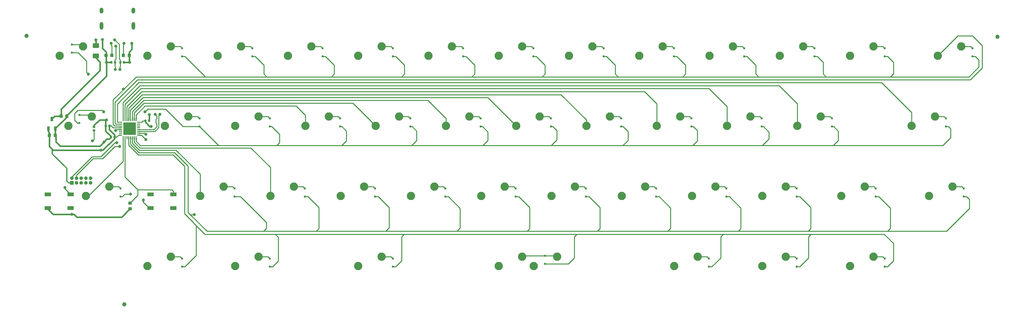
<source format=gbl>
G04 #@! TF.GenerationSoftware,KiCad,Pcbnew,(5.1.4-0-10_14)*
G04 #@! TF.CreationDate,2020-05-16T01:02:51+09:00*
G04 #@! TF.ProjectId,chavdai40,63686176-6461-4693-9430-2e6b69636164,rev?*
G04 #@! TF.SameCoordinates,Original*
G04 #@! TF.FileFunction,Copper,L2,Bot*
G04 #@! TF.FilePolarity,Positive*
%FSLAX46Y46*%
G04 Gerber Fmt 4.6, Leading zero omitted, Abs format (unit mm)*
G04 Created by KiCad (PCBNEW (5.1.4-0-10_14)) date 2020-05-16 01:02:51*
%MOMM*%
%LPD*%
G04 APERTURE LIST*
%ADD10C,0.100000*%
%ADD11C,0.590000*%
%ADD12C,0.875000*%
%ADD13C,1.153000*%
%ADD14C,2.250000*%
%ADD15R,1.800000X1.100000*%
%ADD16R,0.500000X0.500000*%
%ADD17C,3.450000*%
%ADD18C,0.250000*%
%ADD19R,0.650000X1.220000*%
%ADD20O,1.000000X1.600000*%
%ADD21O,1.000000X2.100000*%
%ADD22R,1.000000X1.000000*%
%ADD23O,1.000000X1.000000*%
%ADD24C,1.250000*%
%ADD25C,0.800000*%
%ADD26C,0.381000*%
%ADD27C,0.254000*%
%ADD28C,0.304800*%
G04 APERTURE END LIST*
D10*
G36*
X39937958Y-46901210D02*
G01*
X39952276Y-46903334D01*
X39966317Y-46906851D01*
X39979946Y-46911728D01*
X39993031Y-46917917D01*
X40005447Y-46925358D01*
X40017073Y-46933981D01*
X40027798Y-46943702D01*
X40037519Y-46954427D01*
X40046142Y-46966053D01*
X40053583Y-46978469D01*
X40059772Y-46991554D01*
X40064649Y-47005183D01*
X40068166Y-47019224D01*
X40070290Y-47033542D01*
X40071000Y-47048000D01*
X40071000Y-47343000D01*
X40070290Y-47357458D01*
X40068166Y-47371776D01*
X40064649Y-47385817D01*
X40059772Y-47399446D01*
X40053583Y-47412531D01*
X40046142Y-47424947D01*
X40037519Y-47436573D01*
X40027798Y-47447298D01*
X40017073Y-47457019D01*
X40005447Y-47465642D01*
X39993031Y-47473083D01*
X39979946Y-47479272D01*
X39966317Y-47484149D01*
X39952276Y-47487666D01*
X39937958Y-47489790D01*
X39923500Y-47490500D01*
X39578500Y-47490500D01*
X39564042Y-47489790D01*
X39549724Y-47487666D01*
X39535683Y-47484149D01*
X39522054Y-47479272D01*
X39508969Y-47473083D01*
X39496553Y-47465642D01*
X39484927Y-47457019D01*
X39474202Y-47447298D01*
X39464481Y-47436573D01*
X39455858Y-47424947D01*
X39448417Y-47412531D01*
X39442228Y-47399446D01*
X39437351Y-47385817D01*
X39433834Y-47371776D01*
X39431710Y-47357458D01*
X39431000Y-47343000D01*
X39431000Y-47048000D01*
X39431710Y-47033542D01*
X39433834Y-47019224D01*
X39437351Y-47005183D01*
X39442228Y-46991554D01*
X39448417Y-46978469D01*
X39455858Y-46966053D01*
X39464481Y-46954427D01*
X39474202Y-46943702D01*
X39484927Y-46933981D01*
X39496553Y-46925358D01*
X39508969Y-46917917D01*
X39522054Y-46911728D01*
X39535683Y-46906851D01*
X39549724Y-46903334D01*
X39564042Y-46901210D01*
X39578500Y-46900500D01*
X39923500Y-46900500D01*
X39937958Y-46901210D01*
X39937958Y-46901210D01*
G37*
D11*
X39751000Y-47195500D03*
D10*
G36*
X39937958Y-45931210D02*
G01*
X39952276Y-45933334D01*
X39966317Y-45936851D01*
X39979946Y-45941728D01*
X39993031Y-45947917D01*
X40005447Y-45955358D01*
X40017073Y-45963981D01*
X40027798Y-45973702D01*
X40037519Y-45984427D01*
X40046142Y-45996053D01*
X40053583Y-46008469D01*
X40059772Y-46021554D01*
X40064649Y-46035183D01*
X40068166Y-46049224D01*
X40070290Y-46063542D01*
X40071000Y-46078000D01*
X40071000Y-46373000D01*
X40070290Y-46387458D01*
X40068166Y-46401776D01*
X40064649Y-46415817D01*
X40059772Y-46429446D01*
X40053583Y-46442531D01*
X40046142Y-46454947D01*
X40037519Y-46466573D01*
X40027798Y-46477298D01*
X40017073Y-46487019D01*
X40005447Y-46495642D01*
X39993031Y-46503083D01*
X39979946Y-46509272D01*
X39966317Y-46514149D01*
X39952276Y-46517666D01*
X39937958Y-46519790D01*
X39923500Y-46520500D01*
X39578500Y-46520500D01*
X39564042Y-46519790D01*
X39549724Y-46517666D01*
X39535683Y-46514149D01*
X39522054Y-46509272D01*
X39508969Y-46503083D01*
X39496553Y-46495642D01*
X39484927Y-46487019D01*
X39474202Y-46477298D01*
X39464481Y-46466573D01*
X39455858Y-46454947D01*
X39448417Y-46442531D01*
X39442228Y-46429446D01*
X39437351Y-46415817D01*
X39433834Y-46401776D01*
X39431710Y-46387458D01*
X39431000Y-46373000D01*
X39431000Y-46078000D01*
X39431710Y-46063542D01*
X39433834Y-46049224D01*
X39437351Y-46035183D01*
X39442228Y-46021554D01*
X39448417Y-46008469D01*
X39455858Y-45996053D01*
X39464481Y-45984427D01*
X39474202Y-45973702D01*
X39484927Y-45963981D01*
X39496553Y-45955358D01*
X39508969Y-45947917D01*
X39522054Y-45941728D01*
X39535683Y-45936851D01*
X39549724Y-45933334D01*
X39564042Y-45931210D01*
X39578500Y-45930500D01*
X39923500Y-45930500D01*
X39937958Y-45931210D01*
X39937958Y-45931210D01*
G37*
D11*
X39751000Y-46225500D03*
D10*
G36*
X54852958Y-44257710D02*
G01*
X54867276Y-44259834D01*
X54881317Y-44263351D01*
X54894946Y-44268228D01*
X54908031Y-44274417D01*
X54920447Y-44281858D01*
X54932073Y-44290481D01*
X54942798Y-44300202D01*
X54952519Y-44310927D01*
X54961142Y-44322553D01*
X54968583Y-44334969D01*
X54974772Y-44348054D01*
X54979649Y-44361683D01*
X54983166Y-44375724D01*
X54985290Y-44390042D01*
X54986000Y-44404500D01*
X54986000Y-44749500D01*
X54985290Y-44763958D01*
X54983166Y-44778276D01*
X54979649Y-44792317D01*
X54974772Y-44805946D01*
X54968583Y-44819031D01*
X54961142Y-44831447D01*
X54952519Y-44843073D01*
X54942798Y-44853798D01*
X54932073Y-44863519D01*
X54920447Y-44872142D01*
X54908031Y-44879583D01*
X54894946Y-44885772D01*
X54881317Y-44890649D01*
X54867276Y-44894166D01*
X54852958Y-44896290D01*
X54838500Y-44897000D01*
X54543500Y-44897000D01*
X54529042Y-44896290D01*
X54514724Y-44894166D01*
X54500683Y-44890649D01*
X54487054Y-44885772D01*
X54473969Y-44879583D01*
X54461553Y-44872142D01*
X54449927Y-44863519D01*
X54439202Y-44853798D01*
X54429481Y-44843073D01*
X54420858Y-44831447D01*
X54413417Y-44819031D01*
X54407228Y-44805946D01*
X54402351Y-44792317D01*
X54398834Y-44778276D01*
X54396710Y-44763958D01*
X54396000Y-44749500D01*
X54396000Y-44404500D01*
X54396710Y-44390042D01*
X54398834Y-44375724D01*
X54402351Y-44361683D01*
X54407228Y-44348054D01*
X54413417Y-44334969D01*
X54420858Y-44322553D01*
X54429481Y-44310927D01*
X54439202Y-44300202D01*
X54449927Y-44290481D01*
X54461553Y-44281858D01*
X54473969Y-44274417D01*
X54487054Y-44268228D01*
X54500683Y-44263351D01*
X54514724Y-44259834D01*
X54529042Y-44257710D01*
X54543500Y-44257000D01*
X54838500Y-44257000D01*
X54852958Y-44257710D01*
X54852958Y-44257710D01*
G37*
D11*
X54691000Y-44577000D03*
D10*
G36*
X53882958Y-44257710D02*
G01*
X53897276Y-44259834D01*
X53911317Y-44263351D01*
X53924946Y-44268228D01*
X53938031Y-44274417D01*
X53950447Y-44281858D01*
X53962073Y-44290481D01*
X53972798Y-44300202D01*
X53982519Y-44310927D01*
X53991142Y-44322553D01*
X53998583Y-44334969D01*
X54004772Y-44348054D01*
X54009649Y-44361683D01*
X54013166Y-44375724D01*
X54015290Y-44390042D01*
X54016000Y-44404500D01*
X54016000Y-44749500D01*
X54015290Y-44763958D01*
X54013166Y-44778276D01*
X54009649Y-44792317D01*
X54004772Y-44805946D01*
X53998583Y-44819031D01*
X53991142Y-44831447D01*
X53982519Y-44843073D01*
X53972798Y-44853798D01*
X53962073Y-44863519D01*
X53950447Y-44872142D01*
X53938031Y-44879583D01*
X53924946Y-44885772D01*
X53911317Y-44890649D01*
X53897276Y-44894166D01*
X53882958Y-44896290D01*
X53868500Y-44897000D01*
X53573500Y-44897000D01*
X53559042Y-44896290D01*
X53544724Y-44894166D01*
X53530683Y-44890649D01*
X53517054Y-44885772D01*
X53503969Y-44879583D01*
X53491553Y-44872142D01*
X53479927Y-44863519D01*
X53469202Y-44853798D01*
X53459481Y-44843073D01*
X53450858Y-44831447D01*
X53443417Y-44819031D01*
X53437228Y-44805946D01*
X53432351Y-44792317D01*
X53428834Y-44778276D01*
X53426710Y-44763958D01*
X53426000Y-44749500D01*
X53426000Y-44404500D01*
X53426710Y-44390042D01*
X53428834Y-44375724D01*
X53432351Y-44361683D01*
X53437228Y-44348054D01*
X53443417Y-44334969D01*
X53450858Y-44322553D01*
X53459481Y-44310927D01*
X53469202Y-44300202D01*
X53479927Y-44290481D01*
X53491553Y-44281858D01*
X53503969Y-44274417D01*
X53517054Y-44268228D01*
X53530683Y-44263351D01*
X53544724Y-44259834D01*
X53559042Y-44257710D01*
X53573500Y-44257000D01*
X53868500Y-44257000D01*
X53882958Y-44257710D01*
X53882958Y-44257710D01*
G37*
D11*
X53721000Y-44577000D03*
D10*
G36*
X43110958Y-45654710D02*
G01*
X43125276Y-45656834D01*
X43139317Y-45660351D01*
X43152946Y-45665228D01*
X43166031Y-45671417D01*
X43178447Y-45678858D01*
X43190073Y-45687481D01*
X43200798Y-45697202D01*
X43210519Y-45707927D01*
X43219142Y-45719553D01*
X43226583Y-45731969D01*
X43232772Y-45745054D01*
X43237649Y-45758683D01*
X43241166Y-45772724D01*
X43243290Y-45787042D01*
X43244000Y-45801500D01*
X43244000Y-46146500D01*
X43243290Y-46160958D01*
X43241166Y-46175276D01*
X43237649Y-46189317D01*
X43232772Y-46202946D01*
X43226583Y-46216031D01*
X43219142Y-46228447D01*
X43210519Y-46240073D01*
X43200798Y-46250798D01*
X43190073Y-46260519D01*
X43178447Y-46269142D01*
X43166031Y-46276583D01*
X43152946Y-46282772D01*
X43139317Y-46287649D01*
X43125276Y-46291166D01*
X43110958Y-46293290D01*
X43096500Y-46294000D01*
X42801500Y-46294000D01*
X42787042Y-46293290D01*
X42772724Y-46291166D01*
X42758683Y-46287649D01*
X42745054Y-46282772D01*
X42731969Y-46276583D01*
X42719553Y-46269142D01*
X42707927Y-46260519D01*
X42697202Y-46250798D01*
X42687481Y-46240073D01*
X42678858Y-46228447D01*
X42671417Y-46216031D01*
X42665228Y-46202946D01*
X42660351Y-46189317D01*
X42656834Y-46175276D01*
X42654710Y-46160958D01*
X42654000Y-46146500D01*
X42654000Y-45801500D01*
X42654710Y-45787042D01*
X42656834Y-45772724D01*
X42660351Y-45758683D01*
X42665228Y-45745054D01*
X42671417Y-45731969D01*
X42678858Y-45719553D01*
X42687481Y-45707927D01*
X42697202Y-45697202D01*
X42707927Y-45687481D01*
X42719553Y-45678858D01*
X42731969Y-45671417D01*
X42745054Y-45665228D01*
X42758683Y-45660351D01*
X42772724Y-45656834D01*
X42787042Y-45654710D01*
X42801500Y-45654000D01*
X43096500Y-45654000D01*
X43110958Y-45654710D01*
X43110958Y-45654710D01*
G37*
D11*
X42949000Y-45974000D03*
D10*
G36*
X44080958Y-45654710D02*
G01*
X44095276Y-45656834D01*
X44109317Y-45660351D01*
X44122946Y-45665228D01*
X44136031Y-45671417D01*
X44148447Y-45678858D01*
X44160073Y-45687481D01*
X44170798Y-45697202D01*
X44180519Y-45707927D01*
X44189142Y-45719553D01*
X44196583Y-45731969D01*
X44202772Y-45745054D01*
X44207649Y-45758683D01*
X44211166Y-45772724D01*
X44213290Y-45787042D01*
X44214000Y-45801500D01*
X44214000Y-46146500D01*
X44213290Y-46160958D01*
X44211166Y-46175276D01*
X44207649Y-46189317D01*
X44202772Y-46202946D01*
X44196583Y-46216031D01*
X44189142Y-46228447D01*
X44180519Y-46240073D01*
X44170798Y-46250798D01*
X44160073Y-46260519D01*
X44148447Y-46269142D01*
X44136031Y-46276583D01*
X44122946Y-46282772D01*
X44109317Y-46287649D01*
X44095276Y-46291166D01*
X44080958Y-46293290D01*
X44066500Y-46294000D01*
X43771500Y-46294000D01*
X43757042Y-46293290D01*
X43742724Y-46291166D01*
X43728683Y-46287649D01*
X43715054Y-46282772D01*
X43701969Y-46276583D01*
X43689553Y-46269142D01*
X43677927Y-46260519D01*
X43667202Y-46250798D01*
X43657481Y-46240073D01*
X43648858Y-46228447D01*
X43641417Y-46216031D01*
X43635228Y-46202946D01*
X43630351Y-46189317D01*
X43626834Y-46175276D01*
X43624710Y-46160958D01*
X43624000Y-46146500D01*
X43624000Y-45801500D01*
X43624710Y-45787042D01*
X43626834Y-45772724D01*
X43630351Y-45758683D01*
X43635228Y-45745054D01*
X43641417Y-45731969D01*
X43648858Y-45719553D01*
X43657481Y-45707927D01*
X43667202Y-45697202D01*
X43677927Y-45687481D01*
X43689553Y-45678858D01*
X43701969Y-45671417D01*
X43715054Y-45665228D01*
X43728683Y-45660351D01*
X43742724Y-45656834D01*
X43757042Y-45654710D01*
X43771500Y-45654000D01*
X44066500Y-45654000D01*
X44080958Y-45654710D01*
X44080958Y-45654710D01*
G37*
D11*
X43919000Y-45974000D03*
D10*
G36*
X44507958Y-48702710D02*
G01*
X44522276Y-48704834D01*
X44536317Y-48708351D01*
X44549946Y-48713228D01*
X44563031Y-48719417D01*
X44575447Y-48726858D01*
X44587073Y-48735481D01*
X44597798Y-48745202D01*
X44607519Y-48755927D01*
X44616142Y-48767553D01*
X44623583Y-48779969D01*
X44629772Y-48793054D01*
X44634649Y-48806683D01*
X44638166Y-48820724D01*
X44640290Y-48835042D01*
X44641000Y-48849500D01*
X44641000Y-49194500D01*
X44640290Y-49208958D01*
X44638166Y-49223276D01*
X44634649Y-49237317D01*
X44629772Y-49250946D01*
X44623583Y-49264031D01*
X44616142Y-49276447D01*
X44607519Y-49288073D01*
X44597798Y-49298798D01*
X44587073Y-49308519D01*
X44575447Y-49317142D01*
X44563031Y-49324583D01*
X44549946Y-49330772D01*
X44536317Y-49335649D01*
X44522276Y-49339166D01*
X44507958Y-49341290D01*
X44493500Y-49342000D01*
X44198500Y-49342000D01*
X44184042Y-49341290D01*
X44169724Y-49339166D01*
X44155683Y-49335649D01*
X44142054Y-49330772D01*
X44128969Y-49324583D01*
X44116553Y-49317142D01*
X44104927Y-49308519D01*
X44094202Y-49298798D01*
X44084481Y-49288073D01*
X44075858Y-49276447D01*
X44068417Y-49264031D01*
X44062228Y-49250946D01*
X44057351Y-49237317D01*
X44053834Y-49223276D01*
X44051710Y-49208958D01*
X44051000Y-49194500D01*
X44051000Y-48849500D01*
X44051710Y-48835042D01*
X44053834Y-48820724D01*
X44057351Y-48806683D01*
X44062228Y-48793054D01*
X44068417Y-48779969D01*
X44075858Y-48767553D01*
X44084481Y-48755927D01*
X44094202Y-48745202D01*
X44104927Y-48735481D01*
X44116553Y-48726858D01*
X44128969Y-48719417D01*
X44142054Y-48713228D01*
X44155683Y-48708351D01*
X44169724Y-48704834D01*
X44184042Y-48702710D01*
X44198500Y-48702000D01*
X44493500Y-48702000D01*
X44507958Y-48702710D01*
X44507958Y-48702710D01*
G37*
D11*
X44346000Y-49022000D03*
D10*
G36*
X45477958Y-48702710D02*
G01*
X45492276Y-48704834D01*
X45506317Y-48708351D01*
X45519946Y-48713228D01*
X45533031Y-48719417D01*
X45545447Y-48726858D01*
X45557073Y-48735481D01*
X45567798Y-48745202D01*
X45577519Y-48755927D01*
X45586142Y-48767553D01*
X45593583Y-48779969D01*
X45599772Y-48793054D01*
X45604649Y-48806683D01*
X45608166Y-48820724D01*
X45610290Y-48835042D01*
X45611000Y-48849500D01*
X45611000Y-49194500D01*
X45610290Y-49208958D01*
X45608166Y-49223276D01*
X45604649Y-49237317D01*
X45599772Y-49250946D01*
X45593583Y-49264031D01*
X45586142Y-49276447D01*
X45577519Y-49288073D01*
X45567798Y-49298798D01*
X45557073Y-49308519D01*
X45545447Y-49317142D01*
X45533031Y-49324583D01*
X45519946Y-49330772D01*
X45506317Y-49335649D01*
X45492276Y-49339166D01*
X45477958Y-49341290D01*
X45463500Y-49342000D01*
X45168500Y-49342000D01*
X45154042Y-49341290D01*
X45139724Y-49339166D01*
X45125683Y-49335649D01*
X45112054Y-49330772D01*
X45098969Y-49324583D01*
X45086553Y-49317142D01*
X45074927Y-49308519D01*
X45064202Y-49298798D01*
X45054481Y-49288073D01*
X45045858Y-49276447D01*
X45038417Y-49264031D01*
X45032228Y-49250946D01*
X45027351Y-49237317D01*
X45023834Y-49223276D01*
X45021710Y-49208958D01*
X45021000Y-49194500D01*
X45021000Y-48849500D01*
X45021710Y-48835042D01*
X45023834Y-48820724D01*
X45027351Y-48806683D01*
X45032228Y-48793054D01*
X45038417Y-48779969D01*
X45045858Y-48767553D01*
X45054481Y-48755927D01*
X45064202Y-48745202D01*
X45074927Y-48735481D01*
X45086553Y-48726858D01*
X45098969Y-48719417D01*
X45112054Y-48713228D01*
X45125683Y-48708351D01*
X45139724Y-48704834D01*
X45154042Y-48702710D01*
X45168500Y-48702000D01*
X45463500Y-48702000D01*
X45477958Y-48702710D01*
X45477958Y-48702710D01*
G37*
D11*
X45316000Y-49022000D03*
D10*
G36*
X29475691Y-48040053D02*
G01*
X29496926Y-48043203D01*
X29517750Y-48048419D01*
X29537962Y-48055651D01*
X29557368Y-48064830D01*
X29575781Y-48075866D01*
X29593024Y-48088654D01*
X29608930Y-48103070D01*
X29623346Y-48118976D01*
X29636134Y-48136219D01*
X29647170Y-48154632D01*
X29656349Y-48174038D01*
X29663581Y-48194250D01*
X29668797Y-48215074D01*
X29671947Y-48236309D01*
X29673000Y-48257750D01*
X29673000Y-48770250D01*
X29671947Y-48791691D01*
X29668797Y-48812926D01*
X29663581Y-48833750D01*
X29656349Y-48853962D01*
X29647170Y-48873368D01*
X29636134Y-48891781D01*
X29623346Y-48909024D01*
X29608930Y-48924930D01*
X29593024Y-48939346D01*
X29575781Y-48952134D01*
X29557368Y-48963170D01*
X29537962Y-48972349D01*
X29517750Y-48979581D01*
X29496926Y-48984797D01*
X29475691Y-48987947D01*
X29454250Y-48989000D01*
X29016750Y-48989000D01*
X28995309Y-48987947D01*
X28974074Y-48984797D01*
X28953250Y-48979581D01*
X28933038Y-48972349D01*
X28913632Y-48963170D01*
X28895219Y-48952134D01*
X28877976Y-48939346D01*
X28862070Y-48924930D01*
X28847654Y-48909024D01*
X28834866Y-48891781D01*
X28823830Y-48873368D01*
X28814651Y-48853962D01*
X28807419Y-48833750D01*
X28802203Y-48812926D01*
X28799053Y-48791691D01*
X28798000Y-48770250D01*
X28798000Y-48257750D01*
X28799053Y-48236309D01*
X28802203Y-48215074D01*
X28807419Y-48194250D01*
X28814651Y-48174038D01*
X28823830Y-48154632D01*
X28834866Y-48136219D01*
X28847654Y-48118976D01*
X28862070Y-48103070D01*
X28877976Y-48088654D01*
X28895219Y-48075866D01*
X28913632Y-48064830D01*
X28933038Y-48055651D01*
X28953250Y-48048419D01*
X28974074Y-48043203D01*
X28995309Y-48040053D01*
X29016750Y-48039000D01*
X29454250Y-48039000D01*
X29475691Y-48040053D01*
X29475691Y-48040053D01*
G37*
D12*
X29235500Y-48514000D03*
D10*
G36*
X27900691Y-48040053D02*
G01*
X27921926Y-48043203D01*
X27942750Y-48048419D01*
X27962962Y-48055651D01*
X27982368Y-48064830D01*
X28000781Y-48075866D01*
X28018024Y-48088654D01*
X28033930Y-48103070D01*
X28048346Y-48118976D01*
X28061134Y-48136219D01*
X28072170Y-48154632D01*
X28081349Y-48174038D01*
X28088581Y-48194250D01*
X28093797Y-48215074D01*
X28096947Y-48236309D01*
X28098000Y-48257750D01*
X28098000Y-48770250D01*
X28096947Y-48791691D01*
X28093797Y-48812926D01*
X28088581Y-48833750D01*
X28081349Y-48853962D01*
X28072170Y-48873368D01*
X28061134Y-48891781D01*
X28048346Y-48909024D01*
X28033930Y-48924930D01*
X28018024Y-48939346D01*
X28000781Y-48952134D01*
X27982368Y-48963170D01*
X27962962Y-48972349D01*
X27942750Y-48979581D01*
X27921926Y-48984797D01*
X27900691Y-48987947D01*
X27879250Y-48989000D01*
X27441750Y-48989000D01*
X27420309Y-48987947D01*
X27399074Y-48984797D01*
X27378250Y-48979581D01*
X27358038Y-48972349D01*
X27338632Y-48963170D01*
X27320219Y-48952134D01*
X27302976Y-48939346D01*
X27287070Y-48924930D01*
X27272654Y-48909024D01*
X27259866Y-48891781D01*
X27248830Y-48873368D01*
X27239651Y-48853962D01*
X27232419Y-48833750D01*
X27227203Y-48812926D01*
X27224053Y-48791691D01*
X27223000Y-48770250D01*
X27223000Y-48257750D01*
X27224053Y-48236309D01*
X27227203Y-48215074D01*
X27232419Y-48194250D01*
X27239651Y-48174038D01*
X27248830Y-48154632D01*
X27259866Y-48136219D01*
X27272654Y-48118976D01*
X27287070Y-48103070D01*
X27302976Y-48088654D01*
X27320219Y-48075866D01*
X27338632Y-48064830D01*
X27358038Y-48055651D01*
X27378250Y-48048419D01*
X27399074Y-48043203D01*
X27420309Y-48040053D01*
X27441750Y-48039000D01*
X27879250Y-48039000D01*
X27900691Y-48040053D01*
X27900691Y-48040053D01*
G37*
D12*
X27660500Y-48514000D03*
D10*
G36*
X32650691Y-42833053D02*
G01*
X32671926Y-42836203D01*
X32692750Y-42841419D01*
X32712962Y-42848651D01*
X32732368Y-42857830D01*
X32750781Y-42868866D01*
X32768024Y-42881654D01*
X32783930Y-42896070D01*
X32798346Y-42911976D01*
X32811134Y-42929219D01*
X32822170Y-42947632D01*
X32831349Y-42967038D01*
X32838581Y-42987250D01*
X32843797Y-43008074D01*
X32846947Y-43029309D01*
X32848000Y-43050750D01*
X32848000Y-43563250D01*
X32846947Y-43584691D01*
X32843797Y-43605926D01*
X32838581Y-43626750D01*
X32831349Y-43646962D01*
X32822170Y-43666368D01*
X32811134Y-43684781D01*
X32798346Y-43702024D01*
X32783930Y-43717930D01*
X32768024Y-43732346D01*
X32750781Y-43745134D01*
X32732368Y-43756170D01*
X32712962Y-43765349D01*
X32692750Y-43772581D01*
X32671926Y-43777797D01*
X32650691Y-43780947D01*
X32629250Y-43782000D01*
X32191750Y-43782000D01*
X32170309Y-43780947D01*
X32149074Y-43777797D01*
X32128250Y-43772581D01*
X32108038Y-43765349D01*
X32088632Y-43756170D01*
X32070219Y-43745134D01*
X32052976Y-43732346D01*
X32037070Y-43717930D01*
X32022654Y-43702024D01*
X32009866Y-43684781D01*
X31998830Y-43666368D01*
X31989651Y-43646962D01*
X31982419Y-43626750D01*
X31977203Y-43605926D01*
X31974053Y-43584691D01*
X31973000Y-43563250D01*
X31973000Y-43050750D01*
X31974053Y-43029309D01*
X31977203Y-43008074D01*
X31982419Y-42987250D01*
X31989651Y-42967038D01*
X31998830Y-42947632D01*
X32009866Y-42929219D01*
X32022654Y-42911976D01*
X32037070Y-42896070D01*
X32052976Y-42881654D01*
X32070219Y-42868866D01*
X32088632Y-42857830D01*
X32108038Y-42848651D01*
X32128250Y-42841419D01*
X32149074Y-42836203D01*
X32170309Y-42833053D01*
X32191750Y-42832000D01*
X32629250Y-42832000D01*
X32650691Y-42833053D01*
X32650691Y-42833053D01*
G37*
D12*
X32410500Y-43307000D03*
D10*
G36*
X31075691Y-42833053D02*
G01*
X31096926Y-42836203D01*
X31117750Y-42841419D01*
X31137962Y-42848651D01*
X31157368Y-42857830D01*
X31175781Y-42868866D01*
X31193024Y-42881654D01*
X31208930Y-42896070D01*
X31223346Y-42911976D01*
X31236134Y-42929219D01*
X31247170Y-42947632D01*
X31256349Y-42967038D01*
X31263581Y-42987250D01*
X31268797Y-43008074D01*
X31271947Y-43029309D01*
X31273000Y-43050750D01*
X31273000Y-43563250D01*
X31271947Y-43584691D01*
X31268797Y-43605926D01*
X31263581Y-43626750D01*
X31256349Y-43646962D01*
X31247170Y-43666368D01*
X31236134Y-43684781D01*
X31223346Y-43702024D01*
X31208930Y-43717930D01*
X31193024Y-43732346D01*
X31175781Y-43745134D01*
X31157368Y-43756170D01*
X31137962Y-43765349D01*
X31117750Y-43772581D01*
X31096926Y-43777797D01*
X31075691Y-43780947D01*
X31054250Y-43782000D01*
X30616750Y-43782000D01*
X30595309Y-43780947D01*
X30574074Y-43777797D01*
X30553250Y-43772581D01*
X30533038Y-43765349D01*
X30513632Y-43756170D01*
X30495219Y-43745134D01*
X30477976Y-43732346D01*
X30462070Y-43717930D01*
X30447654Y-43702024D01*
X30434866Y-43684781D01*
X30423830Y-43666368D01*
X30414651Y-43646962D01*
X30407419Y-43626750D01*
X30402203Y-43605926D01*
X30399053Y-43584691D01*
X30398000Y-43563250D01*
X30398000Y-43050750D01*
X30399053Y-43029309D01*
X30402203Y-43008074D01*
X30407419Y-42987250D01*
X30414651Y-42967038D01*
X30423830Y-42947632D01*
X30434866Y-42929219D01*
X30447654Y-42911976D01*
X30462070Y-42896070D01*
X30477976Y-42881654D01*
X30495219Y-42868866D01*
X30513632Y-42857830D01*
X30533038Y-42848651D01*
X30553250Y-42841419D01*
X30574074Y-42836203D01*
X30595309Y-42833053D01*
X30616750Y-42832000D01*
X31054250Y-42832000D01*
X31075691Y-42833053D01*
X31075691Y-42833053D01*
G37*
D12*
X30835500Y-43307000D03*
D13*
X48006000Y-94488000D03*
X284734000Y-21717000D03*
X21463000Y-21463000D03*
D14*
X87566500Y-65024000D03*
X93916500Y-62484000D03*
X155829000Y-81534000D03*
X149479000Y-84074000D03*
X165354000Y-81534000D03*
X159004000Y-84074000D03*
X117729000Y-81534000D03*
X111379000Y-84074000D03*
X43910250Y-62484000D03*
X37560250Y-65024000D03*
D15*
X27201000Y-68326000D03*
X33401000Y-64626000D03*
X27201000Y-64626000D03*
X33401000Y-68326000D03*
D14*
X32797750Y-45974000D03*
X39147750Y-43434000D03*
X30416500Y-26924000D03*
X36766500Y-24384000D03*
X58991500Y-45974000D03*
X65341500Y-43434000D03*
D16*
X182657750Y-46132750D03*
X182657750Y-43932750D03*
D14*
X261397750Y-45974000D03*
X267747750Y-43434000D03*
D10*
G36*
X50902504Y-44987704D02*
G01*
X50926773Y-44991304D01*
X50950571Y-44997265D01*
X50973671Y-45005530D01*
X50995849Y-45016020D01*
X51016893Y-45028633D01*
X51036598Y-45043247D01*
X51054777Y-45059723D01*
X51071253Y-45077902D01*
X51085867Y-45097607D01*
X51098480Y-45118651D01*
X51108970Y-45140829D01*
X51117235Y-45163929D01*
X51123196Y-45187727D01*
X51126796Y-45211996D01*
X51128000Y-45236500D01*
X51128000Y-48186500D01*
X51126796Y-48211004D01*
X51123196Y-48235273D01*
X51117235Y-48259071D01*
X51108970Y-48282171D01*
X51098480Y-48304349D01*
X51085867Y-48325393D01*
X51071253Y-48345098D01*
X51054777Y-48363277D01*
X51036598Y-48379753D01*
X51016893Y-48394367D01*
X50995849Y-48406980D01*
X50973671Y-48417470D01*
X50950571Y-48425735D01*
X50926773Y-48431696D01*
X50902504Y-48435296D01*
X50878000Y-48436500D01*
X47928000Y-48436500D01*
X47903496Y-48435296D01*
X47879227Y-48431696D01*
X47855429Y-48425735D01*
X47832329Y-48417470D01*
X47810151Y-48406980D01*
X47789107Y-48394367D01*
X47769402Y-48379753D01*
X47751223Y-48363277D01*
X47734747Y-48345098D01*
X47720133Y-48325393D01*
X47707520Y-48304349D01*
X47697030Y-48282171D01*
X47688765Y-48259071D01*
X47682804Y-48235273D01*
X47679204Y-48211004D01*
X47678000Y-48186500D01*
X47678000Y-45236500D01*
X47679204Y-45211996D01*
X47682804Y-45187727D01*
X47688765Y-45163929D01*
X47697030Y-45140829D01*
X47707520Y-45118651D01*
X47720133Y-45097607D01*
X47734747Y-45077902D01*
X47751223Y-45059723D01*
X47769402Y-45043247D01*
X47789107Y-45028633D01*
X47810151Y-45016020D01*
X47832329Y-45005530D01*
X47855429Y-44997265D01*
X47879227Y-44991304D01*
X47903496Y-44987704D01*
X47928000Y-44986500D01*
X50878000Y-44986500D01*
X50902504Y-44987704D01*
X50902504Y-44987704D01*
G37*
D17*
X49403000Y-46711500D03*
D10*
G36*
X47346626Y-48336801D02*
G01*
X47352693Y-48337701D01*
X47358643Y-48339191D01*
X47364418Y-48341258D01*
X47369962Y-48343880D01*
X47375223Y-48347033D01*
X47380150Y-48350687D01*
X47384694Y-48354806D01*
X47388813Y-48359350D01*
X47392467Y-48364277D01*
X47395620Y-48369538D01*
X47398242Y-48375082D01*
X47400309Y-48380857D01*
X47401799Y-48386807D01*
X47402699Y-48392874D01*
X47403000Y-48399000D01*
X47403000Y-48524000D01*
X47402699Y-48530126D01*
X47401799Y-48536193D01*
X47400309Y-48542143D01*
X47398242Y-48547918D01*
X47395620Y-48553462D01*
X47392467Y-48558723D01*
X47388813Y-48563650D01*
X47384694Y-48568194D01*
X47380150Y-48572313D01*
X47375223Y-48575967D01*
X47369962Y-48579120D01*
X47364418Y-48581742D01*
X47358643Y-48583809D01*
X47352693Y-48585299D01*
X47346626Y-48586199D01*
X47340500Y-48586500D01*
X46590500Y-48586500D01*
X46584374Y-48586199D01*
X46578307Y-48585299D01*
X46572357Y-48583809D01*
X46566582Y-48581742D01*
X46561038Y-48579120D01*
X46555777Y-48575967D01*
X46550850Y-48572313D01*
X46546306Y-48568194D01*
X46542187Y-48563650D01*
X46538533Y-48558723D01*
X46535380Y-48553462D01*
X46532758Y-48547918D01*
X46530691Y-48542143D01*
X46529201Y-48536193D01*
X46528301Y-48530126D01*
X46528000Y-48524000D01*
X46528000Y-48399000D01*
X46528301Y-48392874D01*
X46529201Y-48386807D01*
X46530691Y-48380857D01*
X46532758Y-48375082D01*
X46535380Y-48369538D01*
X46538533Y-48364277D01*
X46542187Y-48359350D01*
X46546306Y-48354806D01*
X46550850Y-48350687D01*
X46555777Y-48347033D01*
X46561038Y-48343880D01*
X46566582Y-48341258D01*
X46572357Y-48339191D01*
X46578307Y-48337701D01*
X46584374Y-48336801D01*
X46590500Y-48336500D01*
X47340500Y-48336500D01*
X47346626Y-48336801D01*
X47346626Y-48336801D01*
G37*
D18*
X46965500Y-48461500D03*
D10*
G36*
X47346626Y-47836801D02*
G01*
X47352693Y-47837701D01*
X47358643Y-47839191D01*
X47364418Y-47841258D01*
X47369962Y-47843880D01*
X47375223Y-47847033D01*
X47380150Y-47850687D01*
X47384694Y-47854806D01*
X47388813Y-47859350D01*
X47392467Y-47864277D01*
X47395620Y-47869538D01*
X47398242Y-47875082D01*
X47400309Y-47880857D01*
X47401799Y-47886807D01*
X47402699Y-47892874D01*
X47403000Y-47899000D01*
X47403000Y-48024000D01*
X47402699Y-48030126D01*
X47401799Y-48036193D01*
X47400309Y-48042143D01*
X47398242Y-48047918D01*
X47395620Y-48053462D01*
X47392467Y-48058723D01*
X47388813Y-48063650D01*
X47384694Y-48068194D01*
X47380150Y-48072313D01*
X47375223Y-48075967D01*
X47369962Y-48079120D01*
X47364418Y-48081742D01*
X47358643Y-48083809D01*
X47352693Y-48085299D01*
X47346626Y-48086199D01*
X47340500Y-48086500D01*
X46590500Y-48086500D01*
X46584374Y-48086199D01*
X46578307Y-48085299D01*
X46572357Y-48083809D01*
X46566582Y-48081742D01*
X46561038Y-48079120D01*
X46555777Y-48075967D01*
X46550850Y-48072313D01*
X46546306Y-48068194D01*
X46542187Y-48063650D01*
X46538533Y-48058723D01*
X46535380Y-48053462D01*
X46532758Y-48047918D01*
X46530691Y-48042143D01*
X46529201Y-48036193D01*
X46528301Y-48030126D01*
X46528000Y-48024000D01*
X46528000Y-47899000D01*
X46528301Y-47892874D01*
X46529201Y-47886807D01*
X46530691Y-47880857D01*
X46532758Y-47875082D01*
X46535380Y-47869538D01*
X46538533Y-47864277D01*
X46542187Y-47859350D01*
X46546306Y-47854806D01*
X46550850Y-47850687D01*
X46555777Y-47847033D01*
X46561038Y-47843880D01*
X46566582Y-47841258D01*
X46572357Y-47839191D01*
X46578307Y-47837701D01*
X46584374Y-47836801D01*
X46590500Y-47836500D01*
X47340500Y-47836500D01*
X47346626Y-47836801D01*
X47346626Y-47836801D01*
G37*
D18*
X46965500Y-47961500D03*
D10*
G36*
X47346626Y-47336801D02*
G01*
X47352693Y-47337701D01*
X47358643Y-47339191D01*
X47364418Y-47341258D01*
X47369962Y-47343880D01*
X47375223Y-47347033D01*
X47380150Y-47350687D01*
X47384694Y-47354806D01*
X47388813Y-47359350D01*
X47392467Y-47364277D01*
X47395620Y-47369538D01*
X47398242Y-47375082D01*
X47400309Y-47380857D01*
X47401799Y-47386807D01*
X47402699Y-47392874D01*
X47403000Y-47399000D01*
X47403000Y-47524000D01*
X47402699Y-47530126D01*
X47401799Y-47536193D01*
X47400309Y-47542143D01*
X47398242Y-47547918D01*
X47395620Y-47553462D01*
X47392467Y-47558723D01*
X47388813Y-47563650D01*
X47384694Y-47568194D01*
X47380150Y-47572313D01*
X47375223Y-47575967D01*
X47369962Y-47579120D01*
X47364418Y-47581742D01*
X47358643Y-47583809D01*
X47352693Y-47585299D01*
X47346626Y-47586199D01*
X47340500Y-47586500D01*
X46590500Y-47586500D01*
X46584374Y-47586199D01*
X46578307Y-47585299D01*
X46572357Y-47583809D01*
X46566582Y-47581742D01*
X46561038Y-47579120D01*
X46555777Y-47575967D01*
X46550850Y-47572313D01*
X46546306Y-47568194D01*
X46542187Y-47563650D01*
X46538533Y-47558723D01*
X46535380Y-47553462D01*
X46532758Y-47547918D01*
X46530691Y-47542143D01*
X46529201Y-47536193D01*
X46528301Y-47530126D01*
X46528000Y-47524000D01*
X46528000Y-47399000D01*
X46528301Y-47392874D01*
X46529201Y-47386807D01*
X46530691Y-47380857D01*
X46532758Y-47375082D01*
X46535380Y-47369538D01*
X46538533Y-47364277D01*
X46542187Y-47359350D01*
X46546306Y-47354806D01*
X46550850Y-47350687D01*
X46555777Y-47347033D01*
X46561038Y-47343880D01*
X46566582Y-47341258D01*
X46572357Y-47339191D01*
X46578307Y-47337701D01*
X46584374Y-47336801D01*
X46590500Y-47336500D01*
X47340500Y-47336500D01*
X47346626Y-47336801D01*
X47346626Y-47336801D01*
G37*
D18*
X46965500Y-47461500D03*
D10*
G36*
X47346626Y-46836801D02*
G01*
X47352693Y-46837701D01*
X47358643Y-46839191D01*
X47364418Y-46841258D01*
X47369962Y-46843880D01*
X47375223Y-46847033D01*
X47380150Y-46850687D01*
X47384694Y-46854806D01*
X47388813Y-46859350D01*
X47392467Y-46864277D01*
X47395620Y-46869538D01*
X47398242Y-46875082D01*
X47400309Y-46880857D01*
X47401799Y-46886807D01*
X47402699Y-46892874D01*
X47403000Y-46899000D01*
X47403000Y-47024000D01*
X47402699Y-47030126D01*
X47401799Y-47036193D01*
X47400309Y-47042143D01*
X47398242Y-47047918D01*
X47395620Y-47053462D01*
X47392467Y-47058723D01*
X47388813Y-47063650D01*
X47384694Y-47068194D01*
X47380150Y-47072313D01*
X47375223Y-47075967D01*
X47369962Y-47079120D01*
X47364418Y-47081742D01*
X47358643Y-47083809D01*
X47352693Y-47085299D01*
X47346626Y-47086199D01*
X47340500Y-47086500D01*
X46590500Y-47086500D01*
X46584374Y-47086199D01*
X46578307Y-47085299D01*
X46572357Y-47083809D01*
X46566582Y-47081742D01*
X46561038Y-47079120D01*
X46555777Y-47075967D01*
X46550850Y-47072313D01*
X46546306Y-47068194D01*
X46542187Y-47063650D01*
X46538533Y-47058723D01*
X46535380Y-47053462D01*
X46532758Y-47047918D01*
X46530691Y-47042143D01*
X46529201Y-47036193D01*
X46528301Y-47030126D01*
X46528000Y-47024000D01*
X46528000Y-46899000D01*
X46528301Y-46892874D01*
X46529201Y-46886807D01*
X46530691Y-46880857D01*
X46532758Y-46875082D01*
X46535380Y-46869538D01*
X46538533Y-46864277D01*
X46542187Y-46859350D01*
X46546306Y-46854806D01*
X46550850Y-46850687D01*
X46555777Y-46847033D01*
X46561038Y-46843880D01*
X46566582Y-46841258D01*
X46572357Y-46839191D01*
X46578307Y-46837701D01*
X46584374Y-46836801D01*
X46590500Y-46836500D01*
X47340500Y-46836500D01*
X47346626Y-46836801D01*
X47346626Y-46836801D01*
G37*
D18*
X46965500Y-46961500D03*
D10*
G36*
X47346626Y-46336801D02*
G01*
X47352693Y-46337701D01*
X47358643Y-46339191D01*
X47364418Y-46341258D01*
X47369962Y-46343880D01*
X47375223Y-46347033D01*
X47380150Y-46350687D01*
X47384694Y-46354806D01*
X47388813Y-46359350D01*
X47392467Y-46364277D01*
X47395620Y-46369538D01*
X47398242Y-46375082D01*
X47400309Y-46380857D01*
X47401799Y-46386807D01*
X47402699Y-46392874D01*
X47403000Y-46399000D01*
X47403000Y-46524000D01*
X47402699Y-46530126D01*
X47401799Y-46536193D01*
X47400309Y-46542143D01*
X47398242Y-46547918D01*
X47395620Y-46553462D01*
X47392467Y-46558723D01*
X47388813Y-46563650D01*
X47384694Y-46568194D01*
X47380150Y-46572313D01*
X47375223Y-46575967D01*
X47369962Y-46579120D01*
X47364418Y-46581742D01*
X47358643Y-46583809D01*
X47352693Y-46585299D01*
X47346626Y-46586199D01*
X47340500Y-46586500D01*
X46590500Y-46586500D01*
X46584374Y-46586199D01*
X46578307Y-46585299D01*
X46572357Y-46583809D01*
X46566582Y-46581742D01*
X46561038Y-46579120D01*
X46555777Y-46575967D01*
X46550850Y-46572313D01*
X46546306Y-46568194D01*
X46542187Y-46563650D01*
X46538533Y-46558723D01*
X46535380Y-46553462D01*
X46532758Y-46547918D01*
X46530691Y-46542143D01*
X46529201Y-46536193D01*
X46528301Y-46530126D01*
X46528000Y-46524000D01*
X46528000Y-46399000D01*
X46528301Y-46392874D01*
X46529201Y-46386807D01*
X46530691Y-46380857D01*
X46532758Y-46375082D01*
X46535380Y-46369538D01*
X46538533Y-46364277D01*
X46542187Y-46359350D01*
X46546306Y-46354806D01*
X46550850Y-46350687D01*
X46555777Y-46347033D01*
X46561038Y-46343880D01*
X46566582Y-46341258D01*
X46572357Y-46339191D01*
X46578307Y-46337701D01*
X46584374Y-46336801D01*
X46590500Y-46336500D01*
X47340500Y-46336500D01*
X47346626Y-46336801D01*
X47346626Y-46336801D01*
G37*
D18*
X46965500Y-46461500D03*
D10*
G36*
X47346626Y-45836801D02*
G01*
X47352693Y-45837701D01*
X47358643Y-45839191D01*
X47364418Y-45841258D01*
X47369962Y-45843880D01*
X47375223Y-45847033D01*
X47380150Y-45850687D01*
X47384694Y-45854806D01*
X47388813Y-45859350D01*
X47392467Y-45864277D01*
X47395620Y-45869538D01*
X47398242Y-45875082D01*
X47400309Y-45880857D01*
X47401799Y-45886807D01*
X47402699Y-45892874D01*
X47403000Y-45899000D01*
X47403000Y-46024000D01*
X47402699Y-46030126D01*
X47401799Y-46036193D01*
X47400309Y-46042143D01*
X47398242Y-46047918D01*
X47395620Y-46053462D01*
X47392467Y-46058723D01*
X47388813Y-46063650D01*
X47384694Y-46068194D01*
X47380150Y-46072313D01*
X47375223Y-46075967D01*
X47369962Y-46079120D01*
X47364418Y-46081742D01*
X47358643Y-46083809D01*
X47352693Y-46085299D01*
X47346626Y-46086199D01*
X47340500Y-46086500D01*
X46590500Y-46086500D01*
X46584374Y-46086199D01*
X46578307Y-46085299D01*
X46572357Y-46083809D01*
X46566582Y-46081742D01*
X46561038Y-46079120D01*
X46555777Y-46075967D01*
X46550850Y-46072313D01*
X46546306Y-46068194D01*
X46542187Y-46063650D01*
X46538533Y-46058723D01*
X46535380Y-46053462D01*
X46532758Y-46047918D01*
X46530691Y-46042143D01*
X46529201Y-46036193D01*
X46528301Y-46030126D01*
X46528000Y-46024000D01*
X46528000Y-45899000D01*
X46528301Y-45892874D01*
X46529201Y-45886807D01*
X46530691Y-45880857D01*
X46532758Y-45875082D01*
X46535380Y-45869538D01*
X46538533Y-45864277D01*
X46542187Y-45859350D01*
X46546306Y-45854806D01*
X46550850Y-45850687D01*
X46555777Y-45847033D01*
X46561038Y-45843880D01*
X46566582Y-45841258D01*
X46572357Y-45839191D01*
X46578307Y-45837701D01*
X46584374Y-45836801D01*
X46590500Y-45836500D01*
X47340500Y-45836500D01*
X47346626Y-45836801D01*
X47346626Y-45836801D01*
G37*
D18*
X46965500Y-45961500D03*
D10*
G36*
X47346626Y-45336801D02*
G01*
X47352693Y-45337701D01*
X47358643Y-45339191D01*
X47364418Y-45341258D01*
X47369962Y-45343880D01*
X47375223Y-45347033D01*
X47380150Y-45350687D01*
X47384694Y-45354806D01*
X47388813Y-45359350D01*
X47392467Y-45364277D01*
X47395620Y-45369538D01*
X47398242Y-45375082D01*
X47400309Y-45380857D01*
X47401799Y-45386807D01*
X47402699Y-45392874D01*
X47403000Y-45399000D01*
X47403000Y-45524000D01*
X47402699Y-45530126D01*
X47401799Y-45536193D01*
X47400309Y-45542143D01*
X47398242Y-45547918D01*
X47395620Y-45553462D01*
X47392467Y-45558723D01*
X47388813Y-45563650D01*
X47384694Y-45568194D01*
X47380150Y-45572313D01*
X47375223Y-45575967D01*
X47369962Y-45579120D01*
X47364418Y-45581742D01*
X47358643Y-45583809D01*
X47352693Y-45585299D01*
X47346626Y-45586199D01*
X47340500Y-45586500D01*
X46590500Y-45586500D01*
X46584374Y-45586199D01*
X46578307Y-45585299D01*
X46572357Y-45583809D01*
X46566582Y-45581742D01*
X46561038Y-45579120D01*
X46555777Y-45575967D01*
X46550850Y-45572313D01*
X46546306Y-45568194D01*
X46542187Y-45563650D01*
X46538533Y-45558723D01*
X46535380Y-45553462D01*
X46532758Y-45547918D01*
X46530691Y-45542143D01*
X46529201Y-45536193D01*
X46528301Y-45530126D01*
X46528000Y-45524000D01*
X46528000Y-45399000D01*
X46528301Y-45392874D01*
X46529201Y-45386807D01*
X46530691Y-45380857D01*
X46532758Y-45375082D01*
X46535380Y-45369538D01*
X46538533Y-45364277D01*
X46542187Y-45359350D01*
X46546306Y-45354806D01*
X46550850Y-45350687D01*
X46555777Y-45347033D01*
X46561038Y-45343880D01*
X46566582Y-45341258D01*
X46572357Y-45339191D01*
X46578307Y-45337701D01*
X46584374Y-45336801D01*
X46590500Y-45336500D01*
X47340500Y-45336500D01*
X47346626Y-45336801D01*
X47346626Y-45336801D01*
G37*
D18*
X46965500Y-45461500D03*
D10*
G36*
X47346626Y-44836801D02*
G01*
X47352693Y-44837701D01*
X47358643Y-44839191D01*
X47364418Y-44841258D01*
X47369962Y-44843880D01*
X47375223Y-44847033D01*
X47380150Y-44850687D01*
X47384694Y-44854806D01*
X47388813Y-44859350D01*
X47392467Y-44864277D01*
X47395620Y-44869538D01*
X47398242Y-44875082D01*
X47400309Y-44880857D01*
X47401799Y-44886807D01*
X47402699Y-44892874D01*
X47403000Y-44899000D01*
X47403000Y-45024000D01*
X47402699Y-45030126D01*
X47401799Y-45036193D01*
X47400309Y-45042143D01*
X47398242Y-45047918D01*
X47395620Y-45053462D01*
X47392467Y-45058723D01*
X47388813Y-45063650D01*
X47384694Y-45068194D01*
X47380150Y-45072313D01*
X47375223Y-45075967D01*
X47369962Y-45079120D01*
X47364418Y-45081742D01*
X47358643Y-45083809D01*
X47352693Y-45085299D01*
X47346626Y-45086199D01*
X47340500Y-45086500D01*
X46590500Y-45086500D01*
X46584374Y-45086199D01*
X46578307Y-45085299D01*
X46572357Y-45083809D01*
X46566582Y-45081742D01*
X46561038Y-45079120D01*
X46555777Y-45075967D01*
X46550850Y-45072313D01*
X46546306Y-45068194D01*
X46542187Y-45063650D01*
X46538533Y-45058723D01*
X46535380Y-45053462D01*
X46532758Y-45047918D01*
X46530691Y-45042143D01*
X46529201Y-45036193D01*
X46528301Y-45030126D01*
X46528000Y-45024000D01*
X46528000Y-44899000D01*
X46528301Y-44892874D01*
X46529201Y-44886807D01*
X46530691Y-44880857D01*
X46532758Y-44875082D01*
X46535380Y-44869538D01*
X46538533Y-44864277D01*
X46542187Y-44859350D01*
X46546306Y-44854806D01*
X46550850Y-44850687D01*
X46555777Y-44847033D01*
X46561038Y-44843880D01*
X46566582Y-44841258D01*
X46572357Y-44839191D01*
X46578307Y-44837701D01*
X46584374Y-44836801D01*
X46590500Y-44836500D01*
X47340500Y-44836500D01*
X47346626Y-44836801D01*
X47346626Y-44836801D01*
G37*
D18*
X46965500Y-44961500D03*
D10*
G36*
X47721626Y-43836801D02*
G01*
X47727693Y-43837701D01*
X47733643Y-43839191D01*
X47739418Y-43841258D01*
X47744962Y-43843880D01*
X47750223Y-43847033D01*
X47755150Y-43850687D01*
X47759694Y-43854806D01*
X47763813Y-43859350D01*
X47767467Y-43864277D01*
X47770620Y-43869538D01*
X47773242Y-43875082D01*
X47775309Y-43880857D01*
X47776799Y-43886807D01*
X47777699Y-43892874D01*
X47778000Y-43899000D01*
X47778000Y-44649000D01*
X47777699Y-44655126D01*
X47776799Y-44661193D01*
X47775309Y-44667143D01*
X47773242Y-44672918D01*
X47770620Y-44678462D01*
X47767467Y-44683723D01*
X47763813Y-44688650D01*
X47759694Y-44693194D01*
X47755150Y-44697313D01*
X47750223Y-44700967D01*
X47744962Y-44704120D01*
X47739418Y-44706742D01*
X47733643Y-44708809D01*
X47727693Y-44710299D01*
X47721626Y-44711199D01*
X47715500Y-44711500D01*
X47590500Y-44711500D01*
X47584374Y-44711199D01*
X47578307Y-44710299D01*
X47572357Y-44708809D01*
X47566582Y-44706742D01*
X47561038Y-44704120D01*
X47555777Y-44700967D01*
X47550850Y-44697313D01*
X47546306Y-44693194D01*
X47542187Y-44688650D01*
X47538533Y-44683723D01*
X47535380Y-44678462D01*
X47532758Y-44672918D01*
X47530691Y-44667143D01*
X47529201Y-44661193D01*
X47528301Y-44655126D01*
X47528000Y-44649000D01*
X47528000Y-43899000D01*
X47528301Y-43892874D01*
X47529201Y-43886807D01*
X47530691Y-43880857D01*
X47532758Y-43875082D01*
X47535380Y-43869538D01*
X47538533Y-43864277D01*
X47542187Y-43859350D01*
X47546306Y-43854806D01*
X47550850Y-43850687D01*
X47555777Y-43847033D01*
X47561038Y-43843880D01*
X47566582Y-43841258D01*
X47572357Y-43839191D01*
X47578307Y-43837701D01*
X47584374Y-43836801D01*
X47590500Y-43836500D01*
X47715500Y-43836500D01*
X47721626Y-43836801D01*
X47721626Y-43836801D01*
G37*
D18*
X47653000Y-44274000D03*
D10*
G36*
X48221626Y-43836801D02*
G01*
X48227693Y-43837701D01*
X48233643Y-43839191D01*
X48239418Y-43841258D01*
X48244962Y-43843880D01*
X48250223Y-43847033D01*
X48255150Y-43850687D01*
X48259694Y-43854806D01*
X48263813Y-43859350D01*
X48267467Y-43864277D01*
X48270620Y-43869538D01*
X48273242Y-43875082D01*
X48275309Y-43880857D01*
X48276799Y-43886807D01*
X48277699Y-43892874D01*
X48278000Y-43899000D01*
X48278000Y-44649000D01*
X48277699Y-44655126D01*
X48276799Y-44661193D01*
X48275309Y-44667143D01*
X48273242Y-44672918D01*
X48270620Y-44678462D01*
X48267467Y-44683723D01*
X48263813Y-44688650D01*
X48259694Y-44693194D01*
X48255150Y-44697313D01*
X48250223Y-44700967D01*
X48244962Y-44704120D01*
X48239418Y-44706742D01*
X48233643Y-44708809D01*
X48227693Y-44710299D01*
X48221626Y-44711199D01*
X48215500Y-44711500D01*
X48090500Y-44711500D01*
X48084374Y-44711199D01*
X48078307Y-44710299D01*
X48072357Y-44708809D01*
X48066582Y-44706742D01*
X48061038Y-44704120D01*
X48055777Y-44700967D01*
X48050850Y-44697313D01*
X48046306Y-44693194D01*
X48042187Y-44688650D01*
X48038533Y-44683723D01*
X48035380Y-44678462D01*
X48032758Y-44672918D01*
X48030691Y-44667143D01*
X48029201Y-44661193D01*
X48028301Y-44655126D01*
X48028000Y-44649000D01*
X48028000Y-43899000D01*
X48028301Y-43892874D01*
X48029201Y-43886807D01*
X48030691Y-43880857D01*
X48032758Y-43875082D01*
X48035380Y-43869538D01*
X48038533Y-43864277D01*
X48042187Y-43859350D01*
X48046306Y-43854806D01*
X48050850Y-43850687D01*
X48055777Y-43847033D01*
X48061038Y-43843880D01*
X48066582Y-43841258D01*
X48072357Y-43839191D01*
X48078307Y-43837701D01*
X48084374Y-43836801D01*
X48090500Y-43836500D01*
X48215500Y-43836500D01*
X48221626Y-43836801D01*
X48221626Y-43836801D01*
G37*
D18*
X48153000Y-44274000D03*
D10*
G36*
X48721626Y-43836801D02*
G01*
X48727693Y-43837701D01*
X48733643Y-43839191D01*
X48739418Y-43841258D01*
X48744962Y-43843880D01*
X48750223Y-43847033D01*
X48755150Y-43850687D01*
X48759694Y-43854806D01*
X48763813Y-43859350D01*
X48767467Y-43864277D01*
X48770620Y-43869538D01*
X48773242Y-43875082D01*
X48775309Y-43880857D01*
X48776799Y-43886807D01*
X48777699Y-43892874D01*
X48778000Y-43899000D01*
X48778000Y-44649000D01*
X48777699Y-44655126D01*
X48776799Y-44661193D01*
X48775309Y-44667143D01*
X48773242Y-44672918D01*
X48770620Y-44678462D01*
X48767467Y-44683723D01*
X48763813Y-44688650D01*
X48759694Y-44693194D01*
X48755150Y-44697313D01*
X48750223Y-44700967D01*
X48744962Y-44704120D01*
X48739418Y-44706742D01*
X48733643Y-44708809D01*
X48727693Y-44710299D01*
X48721626Y-44711199D01*
X48715500Y-44711500D01*
X48590500Y-44711500D01*
X48584374Y-44711199D01*
X48578307Y-44710299D01*
X48572357Y-44708809D01*
X48566582Y-44706742D01*
X48561038Y-44704120D01*
X48555777Y-44700967D01*
X48550850Y-44697313D01*
X48546306Y-44693194D01*
X48542187Y-44688650D01*
X48538533Y-44683723D01*
X48535380Y-44678462D01*
X48532758Y-44672918D01*
X48530691Y-44667143D01*
X48529201Y-44661193D01*
X48528301Y-44655126D01*
X48528000Y-44649000D01*
X48528000Y-43899000D01*
X48528301Y-43892874D01*
X48529201Y-43886807D01*
X48530691Y-43880857D01*
X48532758Y-43875082D01*
X48535380Y-43869538D01*
X48538533Y-43864277D01*
X48542187Y-43859350D01*
X48546306Y-43854806D01*
X48550850Y-43850687D01*
X48555777Y-43847033D01*
X48561038Y-43843880D01*
X48566582Y-43841258D01*
X48572357Y-43839191D01*
X48578307Y-43837701D01*
X48584374Y-43836801D01*
X48590500Y-43836500D01*
X48715500Y-43836500D01*
X48721626Y-43836801D01*
X48721626Y-43836801D01*
G37*
D18*
X48653000Y-44274000D03*
D10*
G36*
X49221626Y-43836801D02*
G01*
X49227693Y-43837701D01*
X49233643Y-43839191D01*
X49239418Y-43841258D01*
X49244962Y-43843880D01*
X49250223Y-43847033D01*
X49255150Y-43850687D01*
X49259694Y-43854806D01*
X49263813Y-43859350D01*
X49267467Y-43864277D01*
X49270620Y-43869538D01*
X49273242Y-43875082D01*
X49275309Y-43880857D01*
X49276799Y-43886807D01*
X49277699Y-43892874D01*
X49278000Y-43899000D01*
X49278000Y-44649000D01*
X49277699Y-44655126D01*
X49276799Y-44661193D01*
X49275309Y-44667143D01*
X49273242Y-44672918D01*
X49270620Y-44678462D01*
X49267467Y-44683723D01*
X49263813Y-44688650D01*
X49259694Y-44693194D01*
X49255150Y-44697313D01*
X49250223Y-44700967D01*
X49244962Y-44704120D01*
X49239418Y-44706742D01*
X49233643Y-44708809D01*
X49227693Y-44710299D01*
X49221626Y-44711199D01*
X49215500Y-44711500D01*
X49090500Y-44711500D01*
X49084374Y-44711199D01*
X49078307Y-44710299D01*
X49072357Y-44708809D01*
X49066582Y-44706742D01*
X49061038Y-44704120D01*
X49055777Y-44700967D01*
X49050850Y-44697313D01*
X49046306Y-44693194D01*
X49042187Y-44688650D01*
X49038533Y-44683723D01*
X49035380Y-44678462D01*
X49032758Y-44672918D01*
X49030691Y-44667143D01*
X49029201Y-44661193D01*
X49028301Y-44655126D01*
X49028000Y-44649000D01*
X49028000Y-43899000D01*
X49028301Y-43892874D01*
X49029201Y-43886807D01*
X49030691Y-43880857D01*
X49032758Y-43875082D01*
X49035380Y-43869538D01*
X49038533Y-43864277D01*
X49042187Y-43859350D01*
X49046306Y-43854806D01*
X49050850Y-43850687D01*
X49055777Y-43847033D01*
X49061038Y-43843880D01*
X49066582Y-43841258D01*
X49072357Y-43839191D01*
X49078307Y-43837701D01*
X49084374Y-43836801D01*
X49090500Y-43836500D01*
X49215500Y-43836500D01*
X49221626Y-43836801D01*
X49221626Y-43836801D01*
G37*
D18*
X49153000Y-44274000D03*
D10*
G36*
X49721626Y-43836801D02*
G01*
X49727693Y-43837701D01*
X49733643Y-43839191D01*
X49739418Y-43841258D01*
X49744962Y-43843880D01*
X49750223Y-43847033D01*
X49755150Y-43850687D01*
X49759694Y-43854806D01*
X49763813Y-43859350D01*
X49767467Y-43864277D01*
X49770620Y-43869538D01*
X49773242Y-43875082D01*
X49775309Y-43880857D01*
X49776799Y-43886807D01*
X49777699Y-43892874D01*
X49778000Y-43899000D01*
X49778000Y-44649000D01*
X49777699Y-44655126D01*
X49776799Y-44661193D01*
X49775309Y-44667143D01*
X49773242Y-44672918D01*
X49770620Y-44678462D01*
X49767467Y-44683723D01*
X49763813Y-44688650D01*
X49759694Y-44693194D01*
X49755150Y-44697313D01*
X49750223Y-44700967D01*
X49744962Y-44704120D01*
X49739418Y-44706742D01*
X49733643Y-44708809D01*
X49727693Y-44710299D01*
X49721626Y-44711199D01*
X49715500Y-44711500D01*
X49590500Y-44711500D01*
X49584374Y-44711199D01*
X49578307Y-44710299D01*
X49572357Y-44708809D01*
X49566582Y-44706742D01*
X49561038Y-44704120D01*
X49555777Y-44700967D01*
X49550850Y-44697313D01*
X49546306Y-44693194D01*
X49542187Y-44688650D01*
X49538533Y-44683723D01*
X49535380Y-44678462D01*
X49532758Y-44672918D01*
X49530691Y-44667143D01*
X49529201Y-44661193D01*
X49528301Y-44655126D01*
X49528000Y-44649000D01*
X49528000Y-43899000D01*
X49528301Y-43892874D01*
X49529201Y-43886807D01*
X49530691Y-43880857D01*
X49532758Y-43875082D01*
X49535380Y-43869538D01*
X49538533Y-43864277D01*
X49542187Y-43859350D01*
X49546306Y-43854806D01*
X49550850Y-43850687D01*
X49555777Y-43847033D01*
X49561038Y-43843880D01*
X49566582Y-43841258D01*
X49572357Y-43839191D01*
X49578307Y-43837701D01*
X49584374Y-43836801D01*
X49590500Y-43836500D01*
X49715500Y-43836500D01*
X49721626Y-43836801D01*
X49721626Y-43836801D01*
G37*
D18*
X49653000Y-44274000D03*
D10*
G36*
X50221626Y-43836801D02*
G01*
X50227693Y-43837701D01*
X50233643Y-43839191D01*
X50239418Y-43841258D01*
X50244962Y-43843880D01*
X50250223Y-43847033D01*
X50255150Y-43850687D01*
X50259694Y-43854806D01*
X50263813Y-43859350D01*
X50267467Y-43864277D01*
X50270620Y-43869538D01*
X50273242Y-43875082D01*
X50275309Y-43880857D01*
X50276799Y-43886807D01*
X50277699Y-43892874D01*
X50278000Y-43899000D01*
X50278000Y-44649000D01*
X50277699Y-44655126D01*
X50276799Y-44661193D01*
X50275309Y-44667143D01*
X50273242Y-44672918D01*
X50270620Y-44678462D01*
X50267467Y-44683723D01*
X50263813Y-44688650D01*
X50259694Y-44693194D01*
X50255150Y-44697313D01*
X50250223Y-44700967D01*
X50244962Y-44704120D01*
X50239418Y-44706742D01*
X50233643Y-44708809D01*
X50227693Y-44710299D01*
X50221626Y-44711199D01*
X50215500Y-44711500D01*
X50090500Y-44711500D01*
X50084374Y-44711199D01*
X50078307Y-44710299D01*
X50072357Y-44708809D01*
X50066582Y-44706742D01*
X50061038Y-44704120D01*
X50055777Y-44700967D01*
X50050850Y-44697313D01*
X50046306Y-44693194D01*
X50042187Y-44688650D01*
X50038533Y-44683723D01*
X50035380Y-44678462D01*
X50032758Y-44672918D01*
X50030691Y-44667143D01*
X50029201Y-44661193D01*
X50028301Y-44655126D01*
X50028000Y-44649000D01*
X50028000Y-43899000D01*
X50028301Y-43892874D01*
X50029201Y-43886807D01*
X50030691Y-43880857D01*
X50032758Y-43875082D01*
X50035380Y-43869538D01*
X50038533Y-43864277D01*
X50042187Y-43859350D01*
X50046306Y-43854806D01*
X50050850Y-43850687D01*
X50055777Y-43847033D01*
X50061038Y-43843880D01*
X50066582Y-43841258D01*
X50072357Y-43839191D01*
X50078307Y-43837701D01*
X50084374Y-43836801D01*
X50090500Y-43836500D01*
X50215500Y-43836500D01*
X50221626Y-43836801D01*
X50221626Y-43836801D01*
G37*
D18*
X50153000Y-44274000D03*
D10*
G36*
X50721626Y-43836801D02*
G01*
X50727693Y-43837701D01*
X50733643Y-43839191D01*
X50739418Y-43841258D01*
X50744962Y-43843880D01*
X50750223Y-43847033D01*
X50755150Y-43850687D01*
X50759694Y-43854806D01*
X50763813Y-43859350D01*
X50767467Y-43864277D01*
X50770620Y-43869538D01*
X50773242Y-43875082D01*
X50775309Y-43880857D01*
X50776799Y-43886807D01*
X50777699Y-43892874D01*
X50778000Y-43899000D01*
X50778000Y-44649000D01*
X50777699Y-44655126D01*
X50776799Y-44661193D01*
X50775309Y-44667143D01*
X50773242Y-44672918D01*
X50770620Y-44678462D01*
X50767467Y-44683723D01*
X50763813Y-44688650D01*
X50759694Y-44693194D01*
X50755150Y-44697313D01*
X50750223Y-44700967D01*
X50744962Y-44704120D01*
X50739418Y-44706742D01*
X50733643Y-44708809D01*
X50727693Y-44710299D01*
X50721626Y-44711199D01*
X50715500Y-44711500D01*
X50590500Y-44711500D01*
X50584374Y-44711199D01*
X50578307Y-44710299D01*
X50572357Y-44708809D01*
X50566582Y-44706742D01*
X50561038Y-44704120D01*
X50555777Y-44700967D01*
X50550850Y-44697313D01*
X50546306Y-44693194D01*
X50542187Y-44688650D01*
X50538533Y-44683723D01*
X50535380Y-44678462D01*
X50532758Y-44672918D01*
X50530691Y-44667143D01*
X50529201Y-44661193D01*
X50528301Y-44655126D01*
X50528000Y-44649000D01*
X50528000Y-43899000D01*
X50528301Y-43892874D01*
X50529201Y-43886807D01*
X50530691Y-43880857D01*
X50532758Y-43875082D01*
X50535380Y-43869538D01*
X50538533Y-43864277D01*
X50542187Y-43859350D01*
X50546306Y-43854806D01*
X50550850Y-43850687D01*
X50555777Y-43847033D01*
X50561038Y-43843880D01*
X50566582Y-43841258D01*
X50572357Y-43839191D01*
X50578307Y-43837701D01*
X50584374Y-43836801D01*
X50590500Y-43836500D01*
X50715500Y-43836500D01*
X50721626Y-43836801D01*
X50721626Y-43836801D01*
G37*
D18*
X50653000Y-44274000D03*
D10*
G36*
X51221626Y-43836801D02*
G01*
X51227693Y-43837701D01*
X51233643Y-43839191D01*
X51239418Y-43841258D01*
X51244962Y-43843880D01*
X51250223Y-43847033D01*
X51255150Y-43850687D01*
X51259694Y-43854806D01*
X51263813Y-43859350D01*
X51267467Y-43864277D01*
X51270620Y-43869538D01*
X51273242Y-43875082D01*
X51275309Y-43880857D01*
X51276799Y-43886807D01*
X51277699Y-43892874D01*
X51278000Y-43899000D01*
X51278000Y-44649000D01*
X51277699Y-44655126D01*
X51276799Y-44661193D01*
X51275309Y-44667143D01*
X51273242Y-44672918D01*
X51270620Y-44678462D01*
X51267467Y-44683723D01*
X51263813Y-44688650D01*
X51259694Y-44693194D01*
X51255150Y-44697313D01*
X51250223Y-44700967D01*
X51244962Y-44704120D01*
X51239418Y-44706742D01*
X51233643Y-44708809D01*
X51227693Y-44710299D01*
X51221626Y-44711199D01*
X51215500Y-44711500D01*
X51090500Y-44711500D01*
X51084374Y-44711199D01*
X51078307Y-44710299D01*
X51072357Y-44708809D01*
X51066582Y-44706742D01*
X51061038Y-44704120D01*
X51055777Y-44700967D01*
X51050850Y-44697313D01*
X51046306Y-44693194D01*
X51042187Y-44688650D01*
X51038533Y-44683723D01*
X51035380Y-44678462D01*
X51032758Y-44672918D01*
X51030691Y-44667143D01*
X51029201Y-44661193D01*
X51028301Y-44655126D01*
X51028000Y-44649000D01*
X51028000Y-43899000D01*
X51028301Y-43892874D01*
X51029201Y-43886807D01*
X51030691Y-43880857D01*
X51032758Y-43875082D01*
X51035380Y-43869538D01*
X51038533Y-43864277D01*
X51042187Y-43859350D01*
X51046306Y-43854806D01*
X51050850Y-43850687D01*
X51055777Y-43847033D01*
X51061038Y-43843880D01*
X51066582Y-43841258D01*
X51072357Y-43839191D01*
X51078307Y-43837701D01*
X51084374Y-43836801D01*
X51090500Y-43836500D01*
X51215500Y-43836500D01*
X51221626Y-43836801D01*
X51221626Y-43836801D01*
G37*
D18*
X51153000Y-44274000D03*
D10*
G36*
X52221626Y-44836801D02*
G01*
X52227693Y-44837701D01*
X52233643Y-44839191D01*
X52239418Y-44841258D01*
X52244962Y-44843880D01*
X52250223Y-44847033D01*
X52255150Y-44850687D01*
X52259694Y-44854806D01*
X52263813Y-44859350D01*
X52267467Y-44864277D01*
X52270620Y-44869538D01*
X52273242Y-44875082D01*
X52275309Y-44880857D01*
X52276799Y-44886807D01*
X52277699Y-44892874D01*
X52278000Y-44899000D01*
X52278000Y-45024000D01*
X52277699Y-45030126D01*
X52276799Y-45036193D01*
X52275309Y-45042143D01*
X52273242Y-45047918D01*
X52270620Y-45053462D01*
X52267467Y-45058723D01*
X52263813Y-45063650D01*
X52259694Y-45068194D01*
X52255150Y-45072313D01*
X52250223Y-45075967D01*
X52244962Y-45079120D01*
X52239418Y-45081742D01*
X52233643Y-45083809D01*
X52227693Y-45085299D01*
X52221626Y-45086199D01*
X52215500Y-45086500D01*
X51465500Y-45086500D01*
X51459374Y-45086199D01*
X51453307Y-45085299D01*
X51447357Y-45083809D01*
X51441582Y-45081742D01*
X51436038Y-45079120D01*
X51430777Y-45075967D01*
X51425850Y-45072313D01*
X51421306Y-45068194D01*
X51417187Y-45063650D01*
X51413533Y-45058723D01*
X51410380Y-45053462D01*
X51407758Y-45047918D01*
X51405691Y-45042143D01*
X51404201Y-45036193D01*
X51403301Y-45030126D01*
X51403000Y-45024000D01*
X51403000Y-44899000D01*
X51403301Y-44892874D01*
X51404201Y-44886807D01*
X51405691Y-44880857D01*
X51407758Y-44875082D01*
X51410380Y-44869538D01*
X51413533Y-44864277D01*
X51417187Y-44859350D01*
X51421306Y-44854806D01*
X51425850Y-44850687D01*
X51430777Y-44847033D01*
X51436038Y-44843880D01*
X51441582Y-44841258D01*
X51447357Y-44839191D01*
X51453307Y-44837701D01*
X51459374Y-44836801D01*
X51465500Y-44836500D01*
X52215500Y-44836500D01*
X52221626Y-44836801D01*
X52221626Y-44836801D01*
G37*
D18*
X51840500Y-44961500D03*
D10*
G36*
X52221626Y-45336801D02*
G01*
X52227693Y-45337701D01*
X52233643Y-45339191D01*
X52239418Y-45341258D01*
X52244962Y-45343880D01*
X52250223Y-45347033D01*
X52255150Y-45350687D01*
X52259694Y-45354806D01*
X52263813Y-45359350D01*
X52267467Y-45364277D01*
X52270620Y-45369538D01*
X52273242Y-45375082D01*
X52275309Y-45380857D01*
X52276799Y-45386807D01*
X52277699Y-45392874D01*
X52278000Y-45399000D01*
X52278000Y-45524000D01*
X52277699Y-45530126D01*
X52276799Y-45536193D01*
X52275309Y-45542143D01*
X52273242Y-45547918D01*
X52270620Y-45553462D01*
X52267467Y-45558723D01*
X52263813Y-45563650D01*
X52259694Y-45568194D01*
X52255150Y-45572313D01*
X52250223Y-45575967D01*
X52244962Y-45579120D01*
X52239418Y-45581742D01*
X52233643Y-45583809D01*
X52227693Y-45585299D01*
X52221626Y-45586199D01*
X52215500Y-45586500D01*
X51465500Y-45586500D01*
X51459374Y-45586199D01*
X51453307Y-45585299D01*
X51447357Y-45583809D01*
X51441582Y-45581742D01*
X51436038Y-45579120D01*
X51430777Y-45575967D01*
X51425850Y-45572313D01*
X51421306Y-45568194D01*
X51417187Y-45563650D01*
X51413533Y-45558723D01*
X51410380Y-45553462D01*
X51407758Y-45547918D01*
X51405691Y-45542143D01*
X51404201Y-45536193D01*
X51403301Y-45530126D01*
X51403000Y-45524000D01*
X51403000Y-45399000D01*
X51403301Y-45392874D01*
X51404201Y-45386807D01*
X51405691Y-45380857D01*
X51407758Y-45375082D01*
X51410380Y-45369538D01*
X51413533Y-45364277D01*
X51417187Y-45359350D01*
X51421306Y-45354806D01*
X51425850Y-45350687D01*
X51430777Y-45347033D01*
X51436038Y-45343880D01*
X51441582Y-45341258D01*
X51447357Y-45339191D01*
X51453307Y-45337701D01*
X51459374Y-45336801D01*
X51465500Y-45336500D01*
X52215500Y-45336500D01*
X52221626Y-45336801D01*
X52221626Y-45336801D01*
G37*
D18*
X51840500Y-45461500D03*
D10*
G36*
X52221626Y-45836801D02*
G01*
X52227693Y-45837701D01*
X52233643Y-45839191D01*
X52239418Y-45841258D01*
X52244962Y-45843880D01*
X52250223Y-45847033D01*
X52255150Y-45850687D01*
X52259694Y-45854806D01*
X52263813Y-45859350D01*
X52267467Y-45864277D01*
X52270620Y-45869538D01*
X52273242Y-45875082D01*
X52275309Y-45880857D01*
X52276799Y-45886807D01*
X52277699Y-45892874D01*
X52278000Y-45899000D01*
X52278000Y-46024000D01*
X52277699Y-46030126D01*
X52276799Y-46036193D01*
X52275309Y-46042143D01*
X52273242Y-46047918D01*
X52270620Y-46053462D01*
X52267467Y-46058723D01*
X52263813Y-46063650D01*
X52259694Y-46068194D01*
X52255150Y-46072313D01*
X52250223Y-46075967D01*
X52244962Y-46079120D01*
X52239418Y-46081742D01*
X52233643Y-46083809D01*
X52227693Y-46085299D01*
X52221626Y-46086199D01*
X52215500Y-46086500D01*
X51465500Y-46086500D01*
X51459374Y-46086199D01*
X51453307Y-46085299D01*
X51447357Y-46083809D01*
X51441582Y-46081742D01*
X51436038Y-46079120D01*
X51430777Y-46075967D01*
X51425850Y-46072313D01*
X51421306Y-46068194D01*
X51417187Y-46063650D01*
X51413533Y-46058723D01*
X51410380Y-46053462D01*
X51407758Y-46047918D01*
X51405691Y-46042143D01*
X51404201Y-46036193D01*
X51403301Y-46030126D01*
X51403000Y-46024000D01*
X51403000Y-45899000D01*
X51403301Y-45892874D01*
X51404201Y-45886807D01*
X51405691Y-45880857D01*
X51407758Y-45875082D01*
X51410380Y-45869538D01*
X51413533Y-45864277D01*
X51417187Y-45859350D01*
X51421306Y-45854806D01*
X51425850Y-45850687D01*
X51430777Y-45847033D01*
X51436038Y-45843880D01*
X51441582Y-45841258D01*
X51447357Y-45839191D01*
X51453307Y-45837701D01*
X51459374Y-45836801D01*
X51465500Y-45836500D01*
X52215500Y-45836500D01*
X52221626Y-45836801D01*
X52221626Y-45836801D01*
G37*
D18*
X51840500Y-45961500D03*
D10*
G36*
X52221626Y-46336801D02*
G01*
X52227693Y-46337701D01*
X52233643Y-46339191D01*
X52239418Y-46341258D01*
X52244962Y-46343880D01*
X52250223Y-46347033D01*
X52255150Y-46350687D01*
X52259694Y-46354806D01*
X52263813Y-46359350D01*
X52267467Y-46364277D01*
X52270620Y-46369538D01*
X52273242Y-46375082D01*
X52275309Y-46380857D01*
X52276799Y-46386807D01*
X52277699Y-46392874D01*
X52278000Y-46399000D01*
X52278000Y-46524000D01*
X52277699Y-46530126D01*
X52276799Y-46536193D01*
X52275309Y-46542143D01*
X52273242Y-46547918D01*
X52270620Y-46553462D01*
X52267467Y-46558723D01*
X52263813Y-46563650D01*
X52259694Y-46568194D01*
X52255150Y-46572313D01*
X52250223Y-46575967D01*
X52244962Y-46579120D01*
X52239418Y-46581742D01*
X52233643Y-46583809D01*
X52227693Y-46585299D01*
X52221626Y-46586199D01*
X52215500Y-46586500D01*
X51465500Y-46586500D01*
X51459374Y-46586199D01*
X51453307Y-46585299D01*
X51447357Y-46583809D01*
X51441582Y-46581742D01*
X51436038Y-46579120D01*
X51430777Y-46575967D01*
X51425850Y-46572313D01*
X51421306Y-46568194D01*
X51417187Y-46563650D01*
X51413533Y-46558723D01*
X51410380Y-46553462D01*
X51407758Y-46547918D01*
X51405691Y-46542143D01*
X51404201Y-46536193D01*
X51403301Y-46530126D01*
X51403000Y-46524000D01*
X51403000Y-46399000D01*
X51403301Y-46392874D01*
X51404201Y-46386807D01*
X51405691Y-46380857D01*
X51407758Y-46375082D01*
X51410380Y-46369538D01*
X51413533Y-46364277D01*
X51417187Y-46359350D01*
X51421306Y-46354806D01*
X51425850Y-46350687D01*
X51430777Y-46347033D01*
X51436038Y-46343880D01*
X51441582Y-46341258D01*
X51447357Y-46339191D01*
X51453307Y-46337701D01*
X51459374Y-46336801D01*
X51465500Y-46336500D01*
X52215500Y-46336500D01*
X52221626Y-46336801D01*
X52221626Y-46336801D01*
G37*
D18*
X51840500Y-46461500D03*
D10*
G36*
X52221626Y-46836801D02*
G01*
X52227693Y-46837701D01*
X52233643Y-46839191D01*
X52239418Y-46841258D01*
X52244962Y-46843880D01*
X52250223Y-46847033D01*
X52255150Y-46850687D01*
X52259694Y-46854806D01*
X52263813Y-46859350D01*
X52267467Y-46864277D01*
X52270620Y-46869538D01*
X52273242Y-46875082D01*
X52275309Y-46880857D01*
X52276799Y-46886807D01*
X52277699Y-46892874D01*
X52278000Y-46899000D01*
X52278000Y-47024000D01*
X52277699Y-47030126D01*
X52276799Y-47036193D01*
X52275309Y-47042143D01*
X52273242Y-47047918D01*
X52270620Y-47053462D01*
X52267467Y-47058723D01*
X52263813Y-47063650D01*
X52259694Y-47068194D01*
X52255150Y-47072313D01*
X52250223Y-47075967D01*
X52244962Y-47079120D01*
X52239418Y-47081742D01*
X52233643Y-47083809D01*
X52227693Y-47085299D01*
X52221626Y-47086199D01*
X52215500Y-47086500D01*
X51465500Y-47086500D01*
X51459374Y-47086199D01*
X51453307Y-47085299D01*
X51447357Y-47083809D01*
X51441582Y-47081742D01*
X51436038Y-47079120D01*
X51430777Y-47075967D01*
X51425850Y-47072313D01*
X51421306Y-47068194D01*
X51417187Y-47063650D01*
X51413533Y-47058723D01*
X51410380Y-47053462D01*
X51407758Y-47047918D01*
X51405691Y-47042143D01*
X51404201Y-47036193D01*
X51403301Y-47030126D01*
X51403000Y-47024000D01*
X51403000Y-46899000D01*
X51403301Y-46892874D01*
X51404201Y-46886807D01*
X51405691Y-46880857D01*
X51407758Y-46875082D01*
X51410380Y-46869538D01*
X51413533Y-46864277D01*
X51417187Y-46859350D01*
X51421306Y-46854806D01*
X51425850Y-46850687D01*
X51430777Y-46847033D01*
X51436038Y-46843880D01*
X51441582Y-46841258D01*
X51447357Y-46839191D01*
X51453307Y-46837701D01*
X51459374Y-46836801D01*
X51465500Y-46836500D01*
X52215500Y-46836500D01*
X52221626Y-46836801D01*
X52221626Y-46836801D01*
G37*
D18*
X51840500Y-46961500D03*
D10*
G36*
X52221626Y-47336801D02*
G01*
X52227693Y-47337701D01*
X52233643Y-47339191D01*
X52239418Y-47341258D01*
X52244962Y-47343880D01*
X52250223Y-47347033D01*
X52255150Y-47350687D01*
X52259694Y-47354806D01*
X52263813Y-47359350D01*
X52267467Y-47364277D01*
X52270620Y-47369538D01*
X52273242Y-47375082D01*
X52275309Y-47380857D01*
X52276799Y-47386807D01*
X52277699Y-47392874D01*
X52278000Y-47399000D01*
X52278000Y-47524000D01*
X52277699Y-47530126D01*
X52276799Y-47536193D01*
X52275309Y-47542143D01*
X52273242Y-47547918D01*
X52270620Y-47553462D01*
X52267467Y-47558723D01*
X52263813Y-47563650D01*
X52259694Y-47568194D01*
X52255150Y-47572313D01*
X52250223Y-47575967D01*
X52244962Y-47579120D01*
X52239418Y-47581742D01*
X52233643Y-47583809D01*
X52227693Y-47585299D01*
X52221626Y-47586199D01*
X52215500Y-47586500D01*
X51465500Y-47586500D01*
X51459374Y-47586199D01*
X51453307Y-47585299D01*
X51447357Y-47583809D01*
X51441582Y-47581742D01*
X51436038Y-47579120D01*
X51430777Y-47575967D01*
X51425850Y-47572313D01*
X51421306Y-47568194D01*
X51417187Y-47563650D01*
X51413533Y-47558723D01*
X51410380Y-47553462D01*
X51407758Y-47547918D01*
X51405691Y-47542143D01*
X51404201Y-47536193D01*
X51403301Y-47530126D01*
X51403000Y-47524000D01*
X51403000Y-47399000D01*
X51403301Y-47392874D01*
X51404201Y-47386807D01*
X51405691Y-47380857D01*
X51407758Y-47375082D01*
X51410380Y-47369538D01*
X51413533Y-47364277D01*
X51417187Y-47359350D01*
X51421306Y-47354806D01*
X51425850Y-47350687D01*
X51430777Y-47347033D01*
X51436038Y-47343880D01*
X51441582Y-47341258D01*
X51447357Y-47339191D01*
X51453307Y-47337701D01*
X51459374Y-47336801D01*
X51465500Y-47336500D01*
X52215500Y-47336500D01*
X52221626Y-47336801D01*
X52221626Y-47336801D01*
G37*
D18*
X51840500Y-47461500D03*
D10*
G36*
X52221626Y-47836801D02*
G01*
X52227693Y-47837701D01*
X52233643Y-47839191D01*
X52239418Y-47841258D01*
X52244962Y-47843880D01*
X52250223Y-47847033D01*
X52255150Y-47850687D01*
X52259694Y-47854806D01*
X52263813Y-47859350D01*
X52267467Y-47864277D01*
X52270620Y-47869538D01*
X52273242Y-47875082D01*
X52275309Y-47880857D01*
X52276799Y-47886807D01*
X52277699Y-47892874D01*
X52278000Y-47899000D01*
X52278000Y-48024000D01*
X52277699Y-48030126D01*
X52276799Y-48036193D01*
X52275309Y-48042143D01*
X52273242Y-48047918D01*
X52270620Y-48053462D01*
X52267467Y-48058723D01*
X52263813Y-48063650D01*
X52259694Y-48068194D01*
X52255150Y-48072313D01*
X52250223Y-48075967D01*
X52244962Y-48079120D01*
X52239418Y-48081742D01*
X52233643Y-48083809D01*
X52227693Y-48085299D01*
X52221626Y-48086199D01*
X52215500Y-48086500D01*
X51465500Y-48086500D01*
X51459374Y-48086199D01*
X51453307Y-48085299D01*
X51447357Y-48083809D01*
X51441582Y-48081742D01*
X51436038Y-48079120D01*
X51430777Y-48075967D01*
X51425850Y-48072313D01*
X51421306Y-48068194D01*
X51417187Y-48063650D01*
X51413533Y-48058723D01*
X51410380Y-48053462D01*
X51407758Y-48047918D01*
X51405691Y-48042143D01*
X51404201Y-48036193D01*
X51403301Y-48030126D01*
X51403000Y-48024000D01*
X51403000Y-47899000D01*
X51403301Y-47892874D01*
X51404201Y-47886807D01*
X51405691Y-47880857D01*
X51407758Y-47875082D01*
X51410380Y-47869538D01*
X51413533Y-47864277D01*
X51417187Y-47859350D01*
X51421306Y-47854806D01*
X51425850Y-47850687D01*
X51430777Y-47847033D01*
X51436038Y-47843880D01*
X51441582Y-47841258D01*
X51447357Y-47839191D01*
X51453307Y-47837701D01*
X51459374Y-47836801D01*
X51465500Y-47836500D01*
X52215500Y-47836500D01*
X52221626Y-47836801D01*
X52221626Y-47836801D01*
G37*
D18*
X51840500Y-47961500D03*
D10*
G36*
X52221626Y-48336801D02*
G01*
X52227693Y-48337701D01*
X52233643Y-48339191D01*
X52239418Y-48341258D01*
X52244962Y-48343880D01*
X52250223Y-48347033D01*
X52255150Y-48350687D01*
X52259694Y-48354806D01*
X52263813Y-48359350D01*
X52267467Y-48364277D01*
X52270620Y-48369538D01*
X52273242Y-48375082D01*
X52275309Y-48380857D01*
X52276799Y-48386807D01*
X52277699Y-48392874D01*
X52278000Y-48399000D01*
X52278000Y-48524000D01*
X52277699Y-48530126D01*
X52276799Y-48536193D01*
X52275309Y-48542143D01*
X52273242Y-48547918D01*
X52270620Y-48553462D01*
X52267467Y-48558723D01*
X52263813Y-48563650D01*
X52259694Y-48568194D01*
X52255150Y-48572313D01*
X52250223Y-48575967D01*
X52244962Y-48579120D01*
X52239418Y-48581742D01*
X52233643Y-48583809D01*
X52227693Y-48585299D01*
X52221626Y-48586199D01*
X52215500Y-48586500D01*
X51465500Y-48586500D01*
X51459374Y-48586199D01*
X51453307Y-48585299D01*
X51447357Y-48583809D01*
X51441582Y-48581742D01*
X51436038Y-48579120D01*
X51430777Y-48575967D01*
X51425850Y-48572313D01*
X51421306Y-48568194D01*
X51417187Y-48563650D01*
X51413533Y-48558723D01*
X51410380Y-48553462D01*
X51407758Y-48547918D01*
X51405691Y-48542143D01*
X51404201Y-48536193D01*
X51403301Y-48530126D01*
X51403000Y-48524000D01*
X51403000Y-48399000D01*
X51403301Y-48392874D01*
X51404201Y-48386807D01*
X51405691Y-48380857D01*
X51407758Y-48375082D01*
X51410380Y-48369538D01*
X51413533Y-48364277D01*
X51417187Y-48359350D01*
X51421306Y-48354806D01*
X51425850Y-48350687D01*
X51430777Y-48347033D01*
X51436038Y-48343880D01*
X51441582Y-48341258D01*
X51447357Y-48339191D01*
X51453307Y-48337701D01*
X51459374Y-48336801D01*
X51465500Y-48336500D01*
X52215500Y-48336500D01*
X52221626Y-48336801D01*
X52221626Y-48336801D01*
G37*
D18*
X51840500Y-48461500D03*
D10*
G36*
X51221626Y-48711801D02*
G01*
X51227693Y-48712701D01*
X51233643Y-48714191D01*
X51239418Y-48716258D01*
X51244962Y-48718880D01*
X51250223Y-48722033D01*
X51255150Y-48725687D01*
X51259694Y-48729806D01*
X51263813Y-48734350D01*
X51267467Y-48739277D01*
X51270620Y-48744538D01*
X51273242Y-48750082D01*
X51275309Y-48755857D01*
X51276799Y-48761807D01*
X51277699Y-48767874D01*
X51278000Y-48774000D01*
X51278000Y-49524000D01*
X51277699Y-49530126D01*
X51276799Y-49536193D01*
X51275309Y-49542143D01*
X51273242Y-49547918D01*
X51270620Y-49553462D01*
X51267467Y-49558723D01*
X51263813Y-49563650D01*
X51259694Y-49568194D01*
X51255150Y-49572313D01*
X51250223Y-49575967D01*
X51244962Y-49579120D01*
X51239418Y-49581742D01*
X51233643Y-49583809D01*
X51227693Y-49585299D01*
X51221626Y-49586199D01*
X51215500Y-49586500D01*
X51090500Y-49586500D01*
X51084374Y-49586199D01*
X51078307Y-49585299D01*
X51072357Y-49583809D01*
X51066582Y-49581742D01*
X51061038Y-49579120D01*
X51055777Y-49575967D01*
X51050850Y-49572313D01*
X51046306Y-49568194D01*
X51042187Y-49563650D01*
X51038533Y-49558723D01*
X51035380Y-49553462D01*
X51032758Y-49547918D01*
X51030691Y-49542143D01*
X51029201Y-49536193D01*
X51028301Y-49530126D01*
X51028000Y-49524000D01*
X51028000Y-48774000D01*
X51028301Y-48767874D01*
X51029201Y-48761807D01*
X51030691Y-48755857D01*
X51032758Y-48750082D01*
X51035380Y-48744538D01*
X51038533Y-48739277D01*
X51042187Y-48734350D01*
X51046306Y-48729806D01*
X51050850Y-48725687D01*
X51055777Y-48722033D01*
X51061038Y-48718880D01*
X51066582Y-48716258D01*
X51072357Y-48714191D01*
X51078307Y-48712701D01*
X51084374Y-48711801D01*
X51090500Y-48711500D01*
X51215500Y-48711500D01*
X51221626Y-48711801D01*
X51221626Y-48711801D01*
G37*
D18*
X51153000Y-49149000D03*
D10*
G36*
X50721626Y-48711801D02*
G01*
X50727693Y-48712701D01*
X50733643Y-48714191D01*
X50739418Y-48716258D01*
X50744962Y-48718880D01*
X50750223Y-48722033D01*
X50755150Y-48725687D01*
X50759694Y-48729806D01*
X50763813Y-48734350D01*
X50767467Y-48739277D01*
X50770620Y-48744538D01*
X50773242Y-48750082D01*
X50775309Y-48755857D01*
X50776799Y-48761807D01*
X50777699Y-48767874D01*
X50778000Y-48774000D01*
X50778000Y-49524000D01*
X50777699Y-49530126D01*
X50776799Y-49536193D01*
X50775309Y-49542143D01*
X50773242Y-49547918D01*
X50770620Y-49553462D01*
X50767467Y-49558723D01*
X50763813Y-49563650D01*
X50759694Y-49568194D01*
X50755150Y-49572313D01*
X50750223Y-49575967D01*
X50744962Y-49579120D01*
X50739418Y-49581742D01*
X50733643Y-49583809D01*
X50727693Y-49585299D01*
X50721626Y-49586199D01*
X50715500Y-49586500D01*
X50590500Y-49586500D01*
X50584374Y-49586199D01*
X50578307Y-49585299D01*
X50572357Y-49583809D01*
X50566582Y-49581742D01*
X50561038Y-49579120D01*
X50555777Y-49575967D01*
X50550850Y-49572313D01*
X50546306Y-49568194D01*
X50542187Y-49563650D01*
X50538533Y-49558723D01*
X50535380Y-49553462D01*
X50532758Y-49547918D01*
X50530691Y-49542143D01*
X50529201Y-49536193D01*
X50528301Y-49530126D01*
X50528000Y-49524000D01*
X50528000Y-48774000D01*
X50528301Y-48767874D01*
X50529201Y-48761807D01*
X50530691Y-48755857D01*
X50532758Y-48750082D01*
X50535380Y-48744538D01*
X50538533Y-48739277D01*
X50542187Y-48734350D01*
X50546306Y-48729806D01*
X50550850Y-48725687D01*
X50555777Y-48722033D01*
X50561038Y-48718880D01*
X50566582Y-48716258D01*
X50572357Y-48714191D01*
X50578307Y-48712701D01*
X50584374Y-48711801D01*
X50590500Y-48711500D01*
X50715500Y-48711500D01*
X50721626Y-48711801D01*
X50721626Y-48711801D01*
G37*
D18*
X50653000Y-49149000D03*
D10*
G36*
X50221626Y-48711801D02*
G01*
X50227693Y-48712701D01*
X50233643Y-48714191D01*
X50239418Y-48716258D01*
X50244962Y-48718880D01*
X50250223Y-48722033D01*
X50255150Y-48725687D01*
X50259694Y-48729806D01*
X50263813Y-48734350D01*
X50267467Y-48739277D01*
X50270620Y-48744538D01*
X50273242Y-48750082D01*
X50275309Y-48755857D01*
X50276799Y-48761807D01*
X50277699Y-48767874D01*
X50278000Y-48774000D01*
X50278000Y-49524000D01*
X50277699Y-49530126D01*
X50276799Y-49536193D01*
X50275309Y-49542143D01*
X50273242Y-49547918D01*
X50270620Y-49553462D01*
X50267467Y-49558723D01*
X50263813Y-49563650D01*
X50259694Y-49568194D01*
X50255150Y-49572313D01*
X50250223Y-49575967D01*
X50244962Y-49579120D01*
X50239418Y-49581742D01*
X50233643Y-49583809D01*
X50227693Y-49585299D01*
X50221626Y-49586199D01*
X50215500Y-49586500D01*
X50090500Y-49586500D01*
X50084374Y-49586199D01*
X50078307Y-49585299D01*
X50072357Y-49583809D01*
X50066582Y-49581742D01*
X50061038Y-49579120D01*
X50055777Y-49575967D01*
X50050850Y-49572313D01*
X50046306Y-49568194D01*
X50042187Y-49563650D01*
X50038533Y-49558723D01*
X50035380Y-49553462D01*
X50032758Y-49547918D01*
X50030691Y-49542143D01*
X50029201Y-49536193D01*
X50028301Y-49530126D01*
X50028000Y-49524000D01*
X50028000Y-48774000D01*
X50028301Y-48767874D01*
X50029201Y-48761807D01*
X50030691Y-48755857D01*
X50032758Y-48750082D01*
X50035380Y-48744538D01*
X50038533Y-48739277D01*
X50042187Y-48734350D01*
X50046306Y-48729806D01*
X50050850Y-48725687D01*
X50055777Y-48722033D01*
X50061038Y-48718880D01*
X50066582Y-48716258D01*
X50072357Y-48714191D01*
X50078307Y-48712701D01*
X50084374Y-48711801D01*
X50090500Y-48711500D01*
X50215500Y-48711500D01*
X50221626Y-48711801D01*
X50221626Y-48711801D01*
G37*
D18*
X50153000Y-49149000D03*
D10*
G36*
X49721626Y-48711801D02*
G01*
X49727693Y-48712701D01*
X49733643Y-48714191D01*
X49739418Y-48716258D01*
X49744962Y-48718880D01*
X49750223Y-48722033D01*
X49755150Y-48725687D01*
X49759694Y-48729806D01*
X49763813Y-48734350D01*
X49767467Y-48739277D01*
X49770620Y-48744538D01*
X49773242Y-48750082D01*
X49775309Y-48755857D01*
X49776799Y-48761807D01*
X49777699Y-48767874D01*
X49778000Y-48774000D01*
X49778000Y-49524000D01*
X49777699Y-49530126D01*
X49776799Y-49536193D01*
X49775309Y-49542143D01*
X49773242Y-49547918D01*
X49770620Y-49553462D01*
X49767467Y-49558723D01*
X49763813Y-49563650D01*
X49759694Y-49568194D01*
X49755150Y-49572313D01*
X49750223Y-49575967D01*
X49744962Y-49579120D01*
X49739418Y-49581742D01*
X49733643Y-49583809D01*
X49727693Y-49585299D01*
X49721626Y-49586199D01*
X49715500Y-49586500D01*
X49590500Y-49586500D01*
X49584374Y-49586199D01*
X49578307Y-49585299D01*
X49572357Y-49583809D01*
X49566582Y-49581742D01*
X49561038Y-49579120D01*
X49555777Y-49575967D01*
X49550850Y-49572313D01*
X49546306Y-49568194D01*
X49542187Y-49563650D01*
X49538533Y-49558723D01*
X49535380Y-49553462D01*
X49532758Y-49547918D01*
X49530691Y-49542143D01*
X49529201Y-49536193D01*
X49528301Y-49530126D01*
X49528000Y-49524000D01*
X49528000Y-48774000D01*
X49528301Y-48767874D01*
X49529201Y-48761807D01*
X49530691Y-48755857D01*
X49532758Y-48750082D01*
X49535380Y-48744538D01*
X49538533Y-48739277D01*
X49542187Y-48734350D01*
X49546306Y-48729806D01*
X49550850Y-48725687D01*
X49555777Y-48722033D01*
X49561038Y-48718880D01*
X49566582Y-48716258D01*
X49572357Y-48714191D01*
X49578307Y-48712701D01*
X49584374Y-48711801D01*
X49590500Y-48711500D01*
X49715500Y-48711500D01*
X49721626Y-48711801D01*
X49721626Y-48711801D01*
G37*
D18*
X49653000Y-49149000D03*
D10*
G36*
X49221626Y-48711801D02*
G01*
X49227693Y-48712701D01*
X49233643Y-48714191D01*
X49239418Y-48716258D01*
X49244962Y-48718880D01*
X49250223Y-48722033D01*
X49255150Y-48725687D01*
X49259694Y-48729806D01*
X49263813Y-48734350D01*
X49267467Y-48739277D01*
X49270620Y-48744538D01*
X49273242Y-48750082D01*
X49275309Y-48755857D01*
X49276799Y-48761807D01*
X49277699Y-48767874D01*
X49278000Y-48774000D01*
X49278000Y-49524000D01*
X49277699Y-49530126D01*
X49276799Y-49536193D01*
X49275309Y-49542143D01*
X49273242Y-49547918D01*
X49270620Y-49553462D01*
X49267467Y-49558723D01*
X49263813Y-49563650D01*
X49259694Y-49568194D01*
X49255150Y-49572313D01*
X49250223Y-49575967D01*
X49244962Y-49579120D01*
X49239418Y-49581742D01*
X49233643Y-49583809D01*
X49227693Y-49585299D01*
X49221626Y-49586199D01*
X49215500Y-49586500D01*
X49090500Y-49586500D01*
X49084374Y-49586199D01*
X49078307Y-49585299D01*
X49072357Y-49583809D01*
X49066582Y-49581742D01*
X49061038Y-49579120D01*
X49055777Y-49575967D01*
X49050850Y-49572313D01*
X49046306Y-49568194D01*
X49042187Y-49563650D01*
X49038533Y-49558723D01*
X49035380Y-49553462D01*
X49032758Y-49547918D01*
X49030691Y-49542143D01*
X49029201Y-49536193D01*
X49028301Y-49530126D01*
X49028000Y-49524000D01*
X49028000Y-48774000D01*
X49028301Y-48767874D01*
X49029201Y-48761807D01*
X49030691Y-48755857D01*
X49032758Y-48750082D01*
X49035380Y-48744538D01*
X49038533Y-48739277D01*
X49042187Y-48734350D01*
X49046306Y-48729806D01*
X49050850Y-48725687D01*
X49055777Y-48722033D01*
X49061038Y-48718880D01*
X49066582Y-48716258D01*
X49072357Y-48714191D01*
X49078307Y-48712701D01*
X49084374Y-48711801D01*
X49090500Y-48711500D01*
X49215500Y-48711500D01*
X49221626Y-48711801D01*
X49221626Y-48711801D01*
G37*
D18*
X49153000Y-49149000D03*
D10*
G36*
X48721626Y-48711801D02*
G01*
X48727693Y-48712701D01*
X48733643Y-48714191D01*
X48739418Y-48716258D01*
X48744962Y-48718880D01*
X48750223Y-48722033D01*
X48755150Y-48725687D01*
X48759694Y-48729806D01*
X48763813Y-48734350D01*
X48767467Y-48739277D01*
X48770620Y-48744538D01*
X48773242Y-48750082D01*
X48775309Y-48755857D01*
X48776799Y-48761807D01*
X48777699Y-48767874D01*
X48778000Y-48774000D01*
X48778000Y-49524000D01*
X48777699Y-49530126D01*
X48776799Y-49536193D01*
X48775309Y-49542143D01*
X48773242Y-49547918D01*
X48770620Y-49553462D01*
X48767467Y-49558723D01*
X48763813Y-49563650D01*
X48759694Y-49568194D01*
X48755150Y-49572313D01*
X48750223Y-49575967D01*
X48744962Y-49579120D01*
X48739418Y-49581742D01*
X48733643Y-49583809D01*
X48727693Y-49585299D01*
X48721626Y-49586199D01*
X48715500Y-49586500D01*
X48590500Y-49586500D01*
X48584374Y-49586199D01*
X48578307Y-49585299D01*
X48572357Y-49583809D01*
X48566582Y-49581742D01*
X48561038Y-49579120D01*
X48555777Y-49575967D01*
X48550850Y-49572313D01*
X48546306Y-49568194D01*
X48542187Y-49563650D01*
X48538533Y-49558723D01*
X48535380Y-49553462D01*
X48532758Y-49547918D01*
X48530691Y-49542143D01*
X48529201Y-49536193D01*
X48528301Y-49530126D01*
X48528000Y-49524000D01*
X48528000Y-48774000D01*
X48528301Y-48767874D01*
X48529201Y-48761807D01*
X48530691Y-48755857D01*
X48532758Y-48750082D01*
X48535380Y-48744538D01*
X48538533Y-48739277D01*
X48542187Y-48734350D01*
X48546306Y-48729806D01*
X48550850Y-48725687D01*
X48555777Y-48722033D01*
X48561038Y-48718880D01*
X48566582Y-48716258D01*
X48572357Y-48714191D01*
X48578307Y-48712701D01*
X48584374Y-48711801D01*
X48590500Y-48711500D01*
X48715500Y-48711500D01*
X48721626Y-48711801D01*
X48721626Y-48711801D01*
G37*
D18*
X48653000Y-49149000D03*
D10*
G36*
X48221626Y-48711801D02*
G01*
X48227693Y-48712701D01*
X48233643Y-48714191D01*
X48239418Y-48716258D01*
X48244962Y-48718880D01*
X48250223Y-48722033D01*
X48255150Y-48725687D01*
X48259694Y-48729806D01*
X48263813Y-48734350D01*
X48267467Y-48739277D01*
X48270620Y-48744538D01*
X48273242Y-48750082D01*
X48275309Y-48755857D01*
X48276799Y-48761807D01*
X48277699Y-48767874D01*
X48278000Y-48774000D01*
X48278000Y-49524000D01*
X48277699Y-49530126D01*
X48276799Y-49536193D01*
X48275309Y-49542143D01*
X48273242Y-49547918D01*
X48270620Y-49553462D01*
X48267467Y-49558723D01*
X48263813Y-49563650D01*
X48259694Y-49568194D01*
X48255150Y-49572313D01*
X48250223Y-49575967D01*
X48244962Y-49579120D01*
X48239418Y-49581742D01*
X48233643Y-49583809D01*
X48227693Y-49585299D01*
X48221626Y-49586199D01*
X48215500Y-49586500D01*
X48090500Y-49586500D01*
X48084374Y-49586199D01*
X48078307Y-49585299D01*
X48072357Y-49583809D01*
X48066582Y-49581742D01*
X48061038Y-49579120D01*
X48055777Y-49575967D01*
X48050850Y-49572313D01*
X48046306Y-49568194D01*
X48042187Y-49563650D01*
X48038533Y-49558723D01*
X48035380Y-49553462D01*
X48032758Y-49547918D01*
X48030691Y-49542143D01*
X48029201Y-49536193D01*
X48028301Y-49530126D01*
X48028000Y-49524000D01*
X48028000Y-48774000D01*
X48028301Y-48767874D01*
X48029201Y-48761807D01*
X48030691Y-48755857D01*
X48032758Y-48750082D01*
X48035380Y-48744538D01*
X48038533Y-48739277D01*
X48042187Y-48734350D01*
X48046306Y-48729806D01*
X48050850Y-48725687D01*
X48055777Y-48722033D01*
X48061038Y-48718880D01*
X48066582Y-48716258D01*
X48072357Y-48714191D01*
X48078307Y-48712701D01*
X48084374Y-48711801D01*
X48090500Y-48711500D01*
X48215500Y-48711500D01*
X48221626Y-48711801D01*
X48221626Y-48711801D01*
G37*
D18*
X48153000Y-49149000D03*
D10*
G36*
X47721626Y-48711801D02*
G01*
X47727693Y-48712701D01*
X47733643Y-48714191D01*
X47739418Y-48716258D01*
X47744962Y-48718880D01*
X47750223Y-48722033D01*
X47755150Y-48725687D01*
X47759694Y-48729806D01*
X47763813Y-48734350D01*
X47767467Y-48739277D01*
X47770620Y-48744538D01*
X47773242Y-48750082D01*
X47775309Y-48755857D01*
X47776799Y-48761807D01*
X47777699Y-48767874D01*
X47778000Y-48774000D01*
X47778000Y-49524000D01*
X47777699Y-49530126D01*
X47776799Y-49536193D01*
X47775309Y-49542143D01*
X47773242Y-49547918D01*
X47770620Y-49553462D01*
X47767467Y-49558723D01*
X47763813Y-49563650D01*
X47759694Y-49568194D01*
X47755150Y-49572313D01*
X47750223Y-49575967D01*
X47744962Y-49579120D01*
X47739418Y-49581742D01*
X47733643Y-49583809D01*
X47727693Y-49585299D01*
X47721626Y-49586199D01*
X47715500Y-49586500D01*
X47590500Y-49586500D01*
X47584374Y-49586199D01*
X47578307Y-49585299D01*
X47572357Y-49583809D01*
X47566582Y-49581742D01*
X47561038Y-49579120D01*
X47555777Y-49575967D01*
X47550850Y-49572313D01*
X47546306Y-49568194D01*
X47542187Y-49563650D01*
X47538533Y-49558723D01*
X47535380Y-49553462D01*
X47532758Y-49547918D01*
X47530691Y-49542143D01*
X47529201Y-49536193D01*
X47528301Y-49530126D01*
X47528000Y-49524000D01*
X47528000Y-48774000D01*
X47528301Y-48767874D01*
X47529201Y-48761807D01*
X47530691Y-48755857D01*
X47532758Y-48750082D01*
X47535380Y-48744538D01*
X47538533Y-48739277D01*
X47542187Y-48734350D01*
X47546306Y-48729806D01*
X47550850Y-48725687D01*
X47555777Y-48722033D01*
X47561038Y-48718880D01*
X47566582Y-48716258D01*
X47572357Y-48714191D01*
X47578307Y-48712701D01*
X47584374Y-48711801D01*
X47590500Y-48711500D01*
X47715500Y-48711500D01*
X47721626Y-48711801D01*
X47721626Y-48711801D01*
G37*
D18*
X47653000Y-49149000D03*
D14*
X116141500Y-45974000D03*
X122491500Y-43434000D03*
X92329000Y-26924000D03*
X98679000Y-24384000D03*
X73279000Y-26924000D03*
X79629000Y-24384000D03*
X244729000Y-26924000D03*
X251079000Y-24384000D03*
X197104000Y-84074000D03*
X203454000Y-81534000D03*
D19*
X28321000Y-44069000D03*
X27371000Y-46689000D03*
X29271000Y-46689000D03*
D20*
X41812750Y-14601500D03*
X50452750Y-14601500D03*
D21*
X41812750Y-18781500D03*
X50452750Y-18781500D03*
D15*
X55066000Y-68271000D03*
X61266000Y-64571000D03*
X55066000Y-64571000D03*
X61266000Y-68271000D03*
D10*
G36*
X44842691Y-26323053D02*
G01*
X44863926Y-26326203D01*
X44884750Y-26331419D01*
X44904962Y-26338651D01*
X44924368Y-26347830D01*
X44942781Y-26358866D01*
X44960024Y-26371654D01*
X44975930Y-26386070D01*
X44990346Y-26401976D01*
X45003134Y-26419219D01*
X45014170Y-26437632D01*
X45023349Y-26457038D01*
X45030581Y-26477250D01*
X45035797Y-26498074D01*
X45038947Y-26519309D01*
X45040000Y-26540750D01*
X45040000Y-27053250D01*
X45038947Y-27074691D01*
X45035797Y-27095926D01*
X45030581Y-27116750D01*
X45023349Y-27136962D01*
X45014170Y-27156368D01*
X45003134Y-27174781D01*
X44990346Y-27192024D01*
X44975930Y-27207930D01*
X44960024Y-27222346D01*
X44942781Y-27235134D01*
X44924368Y-27246170D01*
X44904962Y-27255349D01*
X44884750Y-27262581D01*
X44863926Y-27267797D01*
X44842691Y-27270947D01*
X44821250Y-27272000D01*
X44383750Y-27272000D01*
X44362309Y-27270947D01*
X44341074Y-27267797D01*
X44320250Y-27262581D01*
X44300038Y-27255349D01*
X44280632Y-27246170D01*
X44262219Y-27235134D01*
X44244976Y-27222346D01*
X44229070Y-27207930D01*
X44214654Y-27192024D01*
X44201866Y-27174781D01*
X44190830Y-27156368D01*
X44181651Y-27136962D01*
X44174419Y-27116750D01*
X44169203Y-27095926D01*
X44166053Y-27074691D01*
X44165000Y-27053250D01*
X44165000Y-26540750D01*
X44166053Y-26519309D01*
X44169203Y-26498074D01*
X44174419Y-26477250D01*
X44181651Y-26457038D01*
X44190830Y-26437632D01*
X44201866Y-26419219D01*
X44214654Y-26401976D01*
X44229070Y-26386070D01*
X44244976Y-26371654D01*
X44262219Y-26358866D01*
X44280632Y-26347830D01*
X44300038Y-26338651D01*
X44320250Y-26331419D01*
X44341074Y-26326203D01*
X44362309Y-26323053D01*
X44383750Y-26322000D01*
X44821250Y-26322000D01*
X44842691Y-26323053D01*
X44842691Y-26323053D01*
G37*
D12*
X44602500Y-26797000D03*
D10*
G36*
X43267691Y-26323053D02*
G01*
X43288926Y-26326203D01*
X43309750Y-26331419D01*
X43329962Y-26338651D01*
X43349368Y-26347830D01*
X43367781Y-26358866D01*
X43385024Y-26371654D01*
X43400930Y-26386070D01*
X43415346Y-26401976D01*
X43428134Y-26419219D01*
X43439170Y-26437632D01*
X43448349Y-26457038D01*
X43455581Y-26477250D01*
X43460797Y-26498074D01*
X43463947Y-26519309D01*
X43465000Y-26540750D01*
X43465000Y-27053250D01*
X43463947Y-27074691D01*
X43460797Y-27095926D01*
X43455581Y-27116750D01*
X43448349Y-27136962D01*
X43439170Y-27156368D01*
X43428134Y-27174781D01*
X43415346Y-27192024D01*
X43400930Y-27207930D01*
X43385024Y-27222346D01*
X43367781Y-27235134D01*
X43349368Y-27246170D01*
X43329962Y-27255349D01*
X43309750Y-27262581D01*
X43288926Y-27267797D01*
X43267691Y-27270947D01*
X43246250Y-27272000D01*
X42808750Y-27272000D01*
X42787309Y-27270947D01*
X42766074Y-27267797D01*
X42745250Y-27262581D01*
X42725038Y-27255349D01*
X42705632Y-27246170D01*
X42687219Y-27235134D01*
X42669976Y-27222346D01*
X42654070Y-27207930D01*
X42639654Y-27192024D01*
X42626866Y-27174781D01*
X42615830Y-27156368D01*
X42606651Y-27136962D01*
X42599419Y-27116750D01*
X42594203Y-27095926D01*
X42591053Y-27074691D01*
X42590000Y-27053250D01*
X42590000Y-26540750D01*
X42591053Y-26519309D01*
X42594203Y-26498074D01*
X42599419Y-26477250D01*
X42606651Y-26457038D01*
X42615830Y-26437632D01*
X42626866Y-26419219D01*
X42639654Y-26401976D01*
X42654070Y-26386070D01*
X42669976Y-26371654D01*
X42687219Y-26358866D01*
X42705632Y-26347830D01*
X42725038Y-26338651D01*
X42745250Y-26331419D01*
X42766074Y-26326203D01*
X42787309Y-26323053D01*
X42808750Y-26322000D01*
X43246250Y-26322000D01*
X43267691Y-26323053D01*
X43267691Y-26323053D01*
G37*
D12*
X43027500Y-26797000D03*
D10*
G36*
X49807691Y-66492553D02*
G01*
X49828926Y-66495703D01*
X49849750Y-66500919D01*
X49869962Y-66508151D01*
X49889368Y-66517330D01*
X49907781Y-66528366D01*
X49925024Y-66541154D01*
X49940930Y-66555570D01*
X49955346Y-66571476D01*
X49968134Y-66588719D01*
X49979170Y-66607132D01*
X49988349Y-66626538D01*
X49995581Y-66646750D01*
X50000797Y-66667574D01*
X50003947Y-66688809D01*
X50005000Y-66710250D01*
X50005000Y-67147750D01*
X50003947Y-67169191D01*
X50000797Y-67190426D01*
X49995581Y-67211250D01*
X49988349Y-67231462D01*
X49979170Y-67250868D01*
X49968134Y-67269281D01*
X49955346Y-67286524D01*
X49940930Y-67302430D01*
X49925024Y-67316846D01*
X49907781Y-67329634D01*
X49889368Y-67340670D01*
X49869962Y-67349849D01*
X49849750Y-67357081D01*
X49828926Y-67362297D01*
X49807691Y-67365447D01*
X49786250Y-67366500D01*
X49273750Y-67366500D01*
X49252309Y-67365447D01*
X49231074Y-67362297D01*
X49210250Y-67357081D01*
X49190038Y-67349849D01*
X49170632Y-67340670D01*
X49152219Y-67329634D01*
X49134976Y-67316846D01*
X49119070Y-67302430D01*
X49104654Y-67286524D01*
X49091866Y-67269281D01*
X49080830Y-67250868D01*
X49071651Y-67231462D01*
X49064419Y-67211250D01*
X49059203Y-67190426D01*
X49056053Y-67169191D01*
X49055000Y-67147750D01*
X49055000Y-66710250D01*
X49056053Y-66688809D01*
X49059203Y-66667574D01*
X49064419Y-66646750D01*
X49071651Y-66626538D01*
X49080830Y-66607132D01*
X49091866Y-66588719D01*
X49104654Y-66571476D01*
X49119070Y-66555570D01*
X49134976Y-66541154D01*
X49152219Y-66528366D01*
X49170632Y-66517330D01*
X49190038Y-66508151D01*
X49210250Y-66500919D01*
X49231074Y-66495703D01*
X49252309Y-66492553D01*
X49273750Y-66491500D01*
X49786250Y-66491500D01*
X49807691Y-66492553D01*
X49807691Y-66492553D01*
G37*
D12*
X49530000Y-66929000D03*
D10*
G36*
X49807691Y-68067553D02*
G01*
X49828926Y-68070703D01*
X49849750Y-68075919D01*
X49869962Y-68083151D01*
X49889368Y-68092330D01*
X49907781Y-68103366D01*
X49925024Y-68116154D01*
X49940930Y-68130570D01*
X49955346Y-68146476D01*
X49968134Y-68163719D01*
X49979170Y-68182132D01*
X49988349Y-68201538D01*
X49995581Y-68221750D01*
X50000797Y-68242574D01*
X50003947Y-68263809D01*
X50005000Y-68285250D01*
X50005000Y-68722750D01*
X50003947Y-68744191D01*
X50000797Y-68765426D01*
X49995581Y-68786250D01*
X49988349Y-68806462D01*
X49979170Y-68825868D01*
X49968134Y-68844281D01*
X49955346Y-68861524D01*
X49940930Y-68877430D01*
X49925024Y-68891846D01*
X49907781Y-68904634D01*
X49889368Y-68915670D01*
X49869962Y-68924849D01*
X49849750Y-68932081D01*
X49828926Y-68937297D01*
X49807691Y-68940447D01*
X49786250Y-68941500D01*
X49273750Y-68941500D01*
X49252309Y-68940447D01*
X49231074Y-68937297D01*
X49210250Y-68932081D01*
X49190038Y-68924849D01*
X49170632Y-68915670D01*
X49152219Y-68904634D01*
X49134976Y-68891846D01*
X49119070Y-68877430D01*
X49104654Y-68861524D01*
X49091866Y-68844281D01*
X49080830Y-68825868D01*
X49071651Y-68806462D01*
X49064419Y-68786250D01*
X49059203Y-68765426D01*
X49056053Y-68744191D01*
X49055000Y-68722750D01*
X49055000Y-68285250D01*
X49056053Y-68263809D01*
X49059203Y-68242574D01*
X49064419Y-68221750D01*
X49071651Y-68201538D01*
X49080830Y-68182132D01*
X49091866Y-68163719D01*
X49104654Y-68146476D01*
X49119070Y-68130570D01*
X49134976Y-68116154D01*
X49152219Y-68103366D01*
X49170632Y-68092330D01*
X49190038Y-68083151D01*
X49210250Y-68075919D01*
X49231074Y-68070703D01*
X49252309Y-68067553D01*
X49273750Y-68066500D01*
X49786250Y-68066500D01*
X49807691Y-68067553D01*
X49807691Y-68067553D01*
G37*
D12*
X49530000Y-68504000D03*
D10*
G36*
X47966691Y-26323053D02*
G01*
X47987926Y-26326203D01*
X48008750Y-26331419D01*
X48028962Y-26338651D01*
X48048368Y-26347830D01*
X48066781Y-26358866D01*
X48084024Y-26371654D01*
X48099930Y-26386070D01*
X48114346Y-26401976D01*
X48127134Y-26419219D01*
X48138170Y-26437632D01*
X48147349Y-26457038D01*
X48154581Y-26477250D01*
X48159797Y-26498074D01*
X48162947Y-26519309D01*
X48164000Y-26540750D01*
X48164000Y-27053250D01*
X48162947Y-27074691D01*
X48159797Y-27095926D01*
X48154581Y-27116750D01*
X48147349Y-27136962D01*
X48138170Y-27156368D01*
X48127134Y-27174781D01*
X48114346Y-27192024D01*
X48099930Y-27207930D01*
X48084024Y-27222346D01*
X48066781Y-27235134D01*
X48048368Y-27246170D01*
X48028962Y-27255349D01*
X48008750Y-27262581D01*
X47987926Y-27267797D01*
X47966691Y-27270947D01*
X47945250Y-27272000D01*
X47507750Y-27272000D01*
X47486309Y-27270947D01*
X47465074Y-27267797D01*
X47444250Y-27262581D01*
X47424038Y-27255349D01*
X47404632Y-27246170D01*
X47386219Y-27235134D01*
X47368976Y-27222346D01*
X47353070Y-27207930D01*
X47338654Y-27192024D01*
X47325866Y-27174781D01*
X47314830Y-27156368D01*
X47305651Y-27136962D01*
X47298419Y-27116750D01*
X47293203Y-27095926D01*
X47290053Y-27074691D01*
X47289000Y-27053250D01*
X47289000Y-26540750D01*
X47290053Y-26519309D01*
X47293203Y-26498074D01*
X47298419Y-26477250D01*
X47305651Y-26457038D01*
X47314830Y-26437632D01*
X47325866Y-26419219D01*
X47338654Y-26401976D01*
X47353070Y-26386070D01*
X47368976Y-26371654D01*
X47386219Y-26358866D01*
X47404632Y-26347830D01*
X47424038Y-26338651D01*
X47444250Y-26331419D01*
X47465074Y-26326203D01*
X47486309Y-26323053D01*
X47507750Y-26322000D01*
X47945250Y-26322000D01*
X47966691Y-26323053D01*
X47966691Y-26323053D01*
G37*
D12*
X47726500Y-26797000D03*
D10*
G36*
X49541691Y-26323053D02*
G01*
X49562926Y-26326203D01*
X49583750Y-26331419D01*
X49603962Y-26338651D01*
X49623368Y-26347830D01*
X49641781Y-26358866D01*
X49659024Y-26371654D01*
X49674930Y-26386070D01*
X49689346Y-26401976D01*
X49702134Y-26419219D01*
X49713170Y-26437632D01*
X49722349Y-26457038D01*
X49729581Y-26477250D01*
X49734797Y-26498074D01*
X49737947Y-26519309D01*
X49739000Y-26540750D01*
X49739000Y-27053250D01*
X49737947Y-27074691D01*
X49734797Y-27095926D01*
X49729581Y-27116750D01*
X49722349Y-27136962D01*
X49713170Y-27156368D01*
X49702134Y-27174781D01*
X49689346Y-27192024D01*
X49674930Y-27207930D01*
X49659024Y-27222346D01*
X49641781Y-27235134D01*
X49623368Y-27246170D01*
X49603962Y-27255349D01*
X49583750Y-27262581D01*
X49562926Y-27267797D01*
X49541691Y-27270947D01*
X49520250Y-27272000D01*
X49082750Y-27272000D01*
X49061309Y-27270947D01*
X49040074Y-27267797D01*
X49019250Y-27262581D01*
X48999038Y-27255349D01*
X48979632Y-27246170D01*
X48961219Y-27235134D01*
X48943976Y-27222346D01*
X48928070Y-27207930D01*
X48913654Y-27192024D01*
X48900866Y-27174781D01*
X48889830Y-27156368D01*
X48880651Y-27136962D01*
X48873419Y-27116750D01*
X48868203Y-27095926D01*
X48865053Y-27074691D01*
X48864000Y-27053250D01*
X48864000Y-26540750D01*
X48865053Y-26519309D01*
X48868203Y-26498074D01*
X48873419Y-26477250D01*
X48880651Y-26457038D01*
X48889830Y-26437632D01*
X48900866Y-26419219D01*
X48913654Y-26401976D01*
X48928070Y-26386070D01*
X48943976Y-26371654D01*
X48961219Y-26358866D01*
X48979632Y-26347830D01*
X48999038Y-26338651D01*
X49019250Y-26331419D01*
X49040074Y-26326203D01*
X49061309Y-26323053D01*
X49082750Y-26322000D01*
X49520250Y-26322000D01*
X49541691Y-26323053D01*
X49541691Y-26323053D01*
G37*
D12*
X49301500Y-26797000D03*
D14*
X244729000Y-84074000D03*
X251079000Y-81534000D03*
X220916500Y-84074000D03*
X227266500Y-81534000D03*
X78041500Y-84074000D03*
X84391500Y-81534000D03*
X54229000Y-84074000D03*
X60579000Y-81534000D03*
X266160250Y-65024000D03*
X272510250Y-62484000D03*
X242347750Y-65024000D03*
X248697750Y-62484000D03*
X220916500Y-65024000D03*
X227266500Y-62484000D03*
X201866500Y-65024000D03*
X208216500Y-62484000D03*
X182816500Y-65024000D03*
X189166500Y-62484000D03*
X163766500Y-65024000D03*
X170116500Y-62484000D03*
X144716500Y-65024000D03*
X151066500Y-62484000D03*
X125666500Y-65024000D03*
X132016500Y-62484000D03*
X106616500Y-65024000D03*
X112966500Y-62484000D03*
X68516500Y-65024000D03*
X74866500Y-62484000D03*
X230441500Y-45974000D03*
X236791500Y-43434000D03*
X211391500Y-45974000D03*
X217741500Y-43434000D03*
X192341500Y-45974000D03*
X198691500Y-43434000D03*
X173291500Y-45974000D03*
X179641500Y-43434000D03*
X154241500Y-45974000D03*
X160591500Y-43434000D03*
X135191500Y-45974000D03*
X141541500Y-43434000D03*
X97091500Y-45974000D03*
X103441500Y-43434000D03*
X78041500Y-45974000D03*
X84391500Y-43434000D03*
X268541500Y-26924000D03*
X274891500Y-24384000D03*
X225679000Y-26924000D03*
X232029000Y-24384000D03*
X206629000Y-26924000D03*
X212979000Y-24384000D03*
X187579000Y-26924000D03*
X193929000Y-24384000D03*
X168529000Y-26924000D03*
X174879000Y-24384000D03*
X149479000Y-26924000D03*
X155829000Y-24384000D03*
X130429000Y-26924000D03*
X136779000Y-24384000D03*
X111379000Y-26924000D03*
X117729000Y-24384000D03*
X54229000Y-26924000D03*
X60579000Y-24384000D03*
D22*
X33782000Y-61468000D03*
D23*
X33782000Y-60198000D03*
X35052000Y-61468000D03*
X35052000Y-60198000D03*
X36322000Y-61468000D03*
X36322000Y-60198000D03*
X37592000Y-61468000D03*
X37592000Y-60198000D03*
X38862000Y-61468000D03*
X38862000Y-60198000D03*
D10*
G36*
X40908504Y-26306204D02*
G01*
X40932773Y-26309804D01*
X40956571Y-26315765D01*
X40979671Y-26324030D01*
X41001849Y-26334520D01*
X41022893Y-26347133D01*
X41042598Y-26361747D01*
X41060777Y-26378223D01*
X41077253Y-26396402D01*
X41091867Y-26416107D01*
X41104480Y-26437151D01*
X41114970Y-26459329D01*
X41123235Y-26482429D01*
X41129196Y-26506227D01*
X41132796Y-26530496D01*
X41134000Y-26555000D01*
X41134000Y-27305000D01*
X41132796Y-27329504D01*
X41129196Y-27353773D01*
X41123235Y-27377571D01*
X41114970Y-27400671D01*
X41104480Y-27422849D01*
X41091867Y-27443893D01*
X41077253Y-27463598D01*
X41060777Y-27481777D01*
X41042598Y-27498253D01*
X41022893Y-27512867D01*
X41001849Y-27525480D01*
X40979671Y-27535970D01*
X40956571Y-27544235D01*
X40932773Y-27550196D01*
X40908504Y-27553796D01*
X40884000Y-27555000D01*
X39634000Y-27555000D01*
X39609496Y-27553796D01*
X39585227Y-27550196D01*
X39561429Y-27544235D01*
X39538329Y-27535970D01*
X39516151Y-27525480D01*
X39495107Y-27512867D01*
X39475402Y-27498253D01*
X39457223Y-27481777D01*
X39440747Y-27463598D01*
X39426133Y-27443893D01*
X39413520Y-27422849D01*
X39403030Y-27400671D01*
X39394765Y-27377571D01*
X39388804Y-27353773D01*
X39385204Y-27329504D01*
X39384000Y-27305000D01*
X39384000Y-26555000D01*
X39385204Y-26530496D01*
X39388804Y-26506227D01*
X39394765Y-26482429D01*
X39403030Y-26459329D01*
X39413520Y-26437151D01*
X39426133Y-26416107D01*
X39440747Y-26396402D01*
X39457223Y-26378223D01*
X39475402Y-26361747D01*
X39495107Y-26347133D01*
X39516151Y-26334520D01*
X39538329Y-26324030D01*
X39561429Y-26315765D01*
X39585227Y-26309804D01*
X39609496Y-26306204D01*
X39634000Y-26305000D01*
X40884000Y-26305000D01*
X40908504Y-26306204D01*
X40908504Y-26306204D01*
G37*
D24*
X40259000Y-26930000D03*
D10*
G36*
X40908504Y-23506204D02*
G01*
X40932773Y-23509804D01*
X40956571Y-23515765D01*
X40979671Y-23524030D01*
X41001849Y-23534520D01*
X41022893Y-23547133D01*
X41042598Y-23561747D01*
X41060777Y-23578223D01*
X41077253Y-23596402D01*
X41091867Y-23616107D01*
X41104480Y-23637151D01*
X41114970Y-23659329D01*
X41123235Y-23682429D01*
X41129196Y-23706227D01*
X41132796Y-23730496D01*
X41134000Y-23755000D01*
X41134000Y-24505000D01*
X41132796Y-24529504D01*
X41129196Y-24553773D01*
X41123235Y-24577571D01*
X41114970Y-24600671D01*
X41104480Y-24622849D01*
X41091867Y-24643893D01*
X41077253Y-24663598D01*
X41060777Y-24681777D01*
X41042598Y-24698253D01*
X41022893Y-24712867D01*
X41001849Y-24725480D01*
X40979671Y-24735970D01*
X40956571Y-24744235D01*
X40932773Y-24750196D01*
X40908504Y-24753796D01*
X40884000Y-24755000D01*
X39634000Y-24755000D01*
X39609496Y-24753796D01*
X39585227Y-24750196D01*
X39561429Y-24744235D01*
X39538329Y-24735970D01*
X39516151Y-24725480D01*
X39495107Y-24712867D01*
X39475402Y-24698253D01*
X39457223Y-24681777D01*
X39440747Y-24663598D01*
X39426133Y-24643893D01*
X39413520Y-24622849D01*
X39403030Y-24600671D01*
X39394765Y-24577571D01*
X39388804Y-24553773D01*
X39385204Y-24529504D01*
X39384000Y-24505000D01*
X39384000Y-23755000D01*
X39385204Y-23730496D01*
X39388804Y-23706227D01*
X39394765Y-23682429D01*
X39403030Y-23659329D01*
X39413520Y-23637151D01*
X39426133Y-23616107D01*
X39440747Y-23596402D01*
X39457223Y-23578223D01*
X39475402Y-23561747D01*
X39495107Y-23547133D01*
X39516151Y-23534520D01*
X39538329Y-23524030D01*
X39561429Y-23515765D01*
X39585227Y-23509804D01*
X39609496Y-23506204D01*
X39634000Y-23505000D01*
X40884000Y-23505000D01*
X40908504Y-23506204D01*
X40908504Y-23506204D01*
G37*
D24*
X40259000Y-24130000D03*
D10*
G36*
X48017958Y-28382710D02*
G01*
X48032276Y-28384834D01*
X48046317Y-28388351D01*
X48059946Y-28393228D01*
X48073031Y-28399417D01*
X48085447Y-28406858D01*
X48097073Y-28415481D01*
X48107798Y-28425202D01*
X48117519Y-28435927D01*
X48126142Y-28447553D01*
X48133583Y-28459969D01*
X48139772Y-28473054D01*
X48144649Y-28486683D01*
X48148166Y-28500724D01*
X48150290Y-28515042D01*
X48151000Y-28529500D01*
X48151000Y-28874500D01*
X48150290Y-28888958D01*
X48148166Y-28903276D01*
X48144649Y-28917317D01*
X48139772Y-28930946D01*
X48133583Y-28944031D01*
X48126142Y-28956447D01*
X48117519Y-28968073D01*
X48107798Y-28978798D01*
X48097073Y-28988519D01*
X48085447Y-28997142D01*
X48073031Y-29004583D01*
X48059946Y-29010772D01*
X48046317Y-29015649D01*
X48032276Y-29019166D01*
X48017958Y-29021290D01*
X48003500Y-29022000D01*
X47708500Y-29022000D01*
X47694042Y-29021290D01*
X47679724Y-29019166D01*
X47665683Y-29015649D01*
X47652054Y-29010772D01*
X47638969Y-29004583D01*
X47626553Y-28997142D01*
X47614927Y-28988519D01*
X47604202Y-28978798D01*
X47594481Y-28968073D01*
X47585858Y-28956447D01*
X47578417Y-28944031D01*
X47572228Y-28930946D01*
X47567351Y-28917317D01*
X47563834Y-28903276D01*
X47561710Y-28888958D01*
X47561000Y-28874500D01*
X47561000Y-28529500D01*
X47561710Y-28515042D01*
X47563834Y-28500724D01*
X47567351Y-28486683D01*
X47572228Y-28473054D01*
X47578417Y-28459969D01*
X47585858Y-28447553D01*
X47594481Y-28435927D01*
X47604202Y-28425202D01*
X47614927Y-28415481D01*
X47626553Y-28406858D01*
X47638969Y-28399417D01*
X47652054Y-28393228D01*
X47665683Y-28388351D01*
X47679724Y-28384834D01*
X47694042Y-28382710D01*
X47708500Y-28382000D01*
X48003500Y-28382000D01*
X48017958Y-28382710D01*
X48017958Y-28382710D01*
G37*
D11*
X47856000Y-28702000D03*
D10*
G36*
X47047958Y-28382710D02*
G01*
X47062276Y-28384834D01*
X47076317Y-28388351D01*
X47089946Y-28393228D01*
X47103031Y-28399417D01*
X47115447Y-28406858D01*
X47127073Y-28415481D01*
X47137798Y-28425202D01*
X47147519Y-28435927D01*
X47156142Y-28447553D01*
X47163583Y-28459969D01*
X47169772Y-28473054D01*
X47174649Y-28486683D01*
X47178166Y-28500724D01*
X47180290Y-28515042D01*
X47181000Y-28529500D01*
X47181000Y-28874500D01*
X47180290Y-28888958D01*
X47178166Y-28903276D01*
X47174649Y-28917317D01*
X47169772Y-28930946D01*
X47163583Y-28944031D01*
X47156142Y-28956447D01*
X47147519Y-28968073D01*
X47137798Y-28978798D01*
X47127073Y-28988519D01*
X47115447Y-28997142D01*
X47103031Y-29004583D01*
X47089946Y-29010772D01*
X47076317Y-29015649D01*
X47062276Y-29019166D01*
X47047958Y-29021290D01*
X47033500Y-29022000D01*
X46738500Y-29022000D01*
X46724042Y-29021290D01*
X46709724Y-29019166D01*
X46695683Y-29015649D01*
X46682054Y-29010772D01*
X46668969Y-29004583D01*
X46656553Y-28997142D01*
X46644927Y-28988519D01*
X46634202Y-28978798D01*
X46624481Y-28968073D01*
X46615858Y-28956447D01*
X46608417Y-28944031D01*
X46602228Y-28930946D01*
X46597351Y-28917317D01*
X46593834Y-28903276D01*
X46591710Y-28888958D01*
X46591000Y-28874500D01*
X46591000Y-28529500D01*
X46591710Y-28515042D01*
X46593834Y-28500724D01*
X46597351Y-28486683D01*
X46602228Y-28473054D01*
X46608417Y-28459969D01*
X46615858Y-28447553D01*
X46624481Y-28435927D01*
X46634202Y-28425202D01*
X46644927Y-28415481D01*
X46656553Y-28406858D01*
X46668969Y-28399417D01*
X46682054Y-28393228D01*
X46695683Y-28388351D01*
X46709724Y-28384834D01*
X46724042Y-28382710D01*
X46738500Y-28382000D01*
X47033500Y-28382000D01*
X47047958Y-28382710D01*
X47047958Y-28382710D01*
G37*
D11*
X46886000Y-28702000D03*
D10*
G36*
X45604958Y-28382710D02*
G01*
X45619276Y-28384834D01*
X45633317Y-28388351D01*
X45646946Y-28393228D01*
X45660031Y-28399417D01*
X45672447Y-28406858D01*
X45684073Y-28415481D01*
X45694798Y-28425202D01*
X45704519Y-28435927D01*
X45713142Y-28447553D01*
X45720583Y-28459969D01*
X45726772Y-28473054D01*
X45731649Y-28486683D01*
X45735166Y-28500724D01*
X45737290Y-28515042D01*
X45738000Y-28529500D01*
X45738000Y-28874500D01*
X45737290Y-28888958D01*
X45735166Y-28903276D01*
X45731649Y-28917317D01*
X45726772Y-28930946D01*
X45720583Y-28944031D01*
X45713142Y-28956447D01*
X45704519Y-28968073D01*
X45694798Y-28978798D01*
X45684073Y-28988519D01*
X45672447Y-28997142D01*
X45660031Y-29004583D01*
X45646946Y-29010772D01*
X45633317Y-29015649D01*
X45619276Y-29019166D01*
X45604958Y-29021290D01*
X45590500Y-29022000D01*
X45295500Y-29022000D01*
X45281042Y-29021290D01*
X45266724Y-29019166D01*
X45252683Y-29015649D01*
X45239054Y-29010772D01*
X45225969Y-29004583D01*
X45213553Y-28997142D01*
X45201927Y-28988519D01*
X45191202Y-28978798D01*
X45181481Y-28968073D01*
X45172858Y-28956447D01*
X45165417Y-28944031D01*
X45159228Y-28930946D01*
X45154351Y-28917317D01*
X45150834Y-28903276D01*
X45148710Y-28888958D01*
X45148000Y-28874500D01*
X45148000Y-28529500D01*
X45148710Y-28515042D01*
X45150834Y-28500724D01*
X45154351Y-28486683D01*
X45159228Y-28473054D01*
X45165417Y-28459969D01*
X45172858Y-28447553D01*
X45181481Y-28435927D01*
X45191202Y-28425202D01*
X45201927Y-28415481D01*
X45213553Y-28406858D01*
X45225969Y-28399417D01*
X45239054Y-28393228D01*
X45252683Y-28388351D01*
X45266724Y-28384834D01*
X45281042Y-28382710D01*
X45295500Y-28382000D01*
X45590500Y-28382000D01*
X45604958Y-28382710D01*
X45604958Y-28382710D01*
G37*
D11*
X45443000Y-28702000D03*
D10*
G36*
X44634958Y-28382710D02*
G01*
X44649276Y-28384834D01*
X44663317Y-28388351D01*
X44676946Y-28393228D01*
X44690031Y-28399417D01*
X44702447Y-28406858D01*
X44714073Y-28415481D01*
X44724798Y-28425202D01*
X44734519Y-28435927D01*
X44743142Y-28447553D01*
X44750583Y-28459969D01*
X44756772Y-28473054D01*
X44761649Y-28486683D01*
X44765166Y-28500724D01*
X44767290Y-28515042D01*
X44768000Y-28529500D01*
X44768000Y-28874500D01*
X44767290Y-28888958D01*
X44765166Y-28903276D01*
X44761649Y-28917317D01*
X44756772Y-28930946D01*
X44750583Y-28944031D01*
X44743142Y-28956447D01*
X44734519Y-28968073D01*
X44724798Y-28978798D01*
X44714073Y-28988519D01*
X44702447Y-28997142D01*
X44690031Y-29004583D01*
X44676946Y-29010772D01*
X44663317Y-29015649D01*
X44649276Y-29019166D01*
X44634958Y-29021290D01*
X44620500Y-29022000D01*
X44325500Y-29022000D01*
X44311042Y-29021290D01*
X44296724Y-29019166D01*
X44282683Y-29015649D01*
X44269054Y-29010772D01*
X44255969Y-29004583D01*
X44243553Y-28997142D01*
X44231927Y-28988519D01*
X44221202Y-28978798D01*
X44211481Y-28968073D01*
X44202858Y-28956447D01*
X44195417Y-28944031D01*
X44189228Y-28930946D01*
X44184351Y-28917317D01*
X44180834Y-28903276D01*
X44178710Y-28888958D01*
X44178000Y-28874500D01*
X44178000Y-28529500D01*
X44178710Y-28515042D01*
X44180834Y-28500724D01*
X44184351Y-28486683D01*
X44189228Y-28473054D01*
X44195417Y-28459969D01*
X44202858Y-28447553D01*
X44211481Y-28435927D01*
X44221202Y-28425202D01*
X44231927Y-28415481D01*
X44243553Y-28406858D01*
X44255969Y-28399417D01*
X44269054Y-28393228D01*
X44282683Y-28388351D01*
X44296724Y-28384834D01*
X44311042Y-28382710D01*
X44325500Y-28382000D01*
X44620500Y-28382000D01*
X44634958Y-28382710D01*
X44634958Y-28382710D01*
G37*
D11*
X44473000Y-28702000D03*
D16*
X254095250Y-84232750D03*
X254095250Y-82032750D03*
X230282750Y-84232750D03*
X230282750Y-82032750D03*
X206470250Y-84232750D03*
X206470250Y-82032750D03*
X162020250Y-83427750D03*
X162020250Y-81227750D03*
X120745250Y-84232750D03*
X120745250Y-82032750D03*
X87407750Y-84232750D03*
X87407750Y-82032750D03*
X63595250Y-84232750D03*
X63595250Y-82032750D03*
X275526500Y-65182750D03*
X275526500Y-62982750D03*
X251714000Y-65182750D03*
X251714000Y-62982750D03*
X230282750Y-65182750D03*
X230282750Y-62982750D03*
X211232750Y-65182750D03*
X211232750Y-62982750D03*
X192182750Y-65182750D03*
X192182750Y-62982750D03*
X173132750Y-65182750D03*
X173132750Y-62982750D03*
X154082750Y-65182750D03*
X154082750Y-62982750D03*
X135032750Y-65182750D03*
X135032750Y-62982750D03*
X115982750Y-65182750D03*
X115982750Y-62982750D03*
X96932750Y-65182750D03*
X96932750Y-62982750D03*
X77882750Y-65182750D03*
X77882750Y-62982750D03*
X46926500Y-65182750D03*
X46926500Y-62982750D03*
X270764000Y-46132750D03*
X270764000Y-43932750D03*
X239807750Y-46132750D03*
X239807750Y-43932750D03*
X220757750Y-46132750D03*
X220757750Y-43932750D03*
X201707750Y-46132750D03*
X201707750Y-43932750D03*
X163607750Y-46132750D03*
X163607750Y-43932750D03*
X144557750Y-46132750D03*
X144557750Y-43932750D03*
X125507750Y-46132750D03*
X125507750Y-43932750D03*
X106457750Y-46132750D03*
X106457750Y-43932750D03*
X87407750Y-46132750D03*
X87407750Y-43932750D03*
X68357750Y-46132750D03*
X68357750Y-43932750D03*
X35814000Y-45212000D03*
X35814000Y-43012000D03*
X277907750Y-27082750D03*
X277907750Y-24882750D03*
X254095250Y-27082750D03*
X254095250Y-24882750D03*
X235045250Y-27082750D03*
X235045250Y-24882750D03*
X215995250Y-27082750D03*
X215995250Y-24882750D03*
X196977000Y-27082750D03*
X196977000Y-24882750D03*
X177895250Y-27082750D03*
X177895250Y-24882750D03*
X158845250Y-27082750D03*
X158845250Y-24882750D03*
X139795250Y-27082750D03*
X139795250Y-24882750D03*
X120745250Y-27082750D03*
X120745250Y-24882750D03*
X101695250Y-27082750D03*
X101695250Y-24882750D03*
X82645250Y-27082750D03*
X82645250Y-24882750D03*
X63595250Y-27082750D03*
X63595250Y-24882750D03*
X33782000Y-26035000D03*
X33782000Y-23835000D03*
D25*
X48768000Y-47371000D03*
X50038000Y-47371000D03*
X50038000Y-46101000D03*
X33782000Y-69977000D03*
X43180000Y-28701992D03*
X49403000Y-28702000D03*
X50038000Y-23495000D03*
X42037000Y-22479000D03*
X54737000Y-42926000D03*
X42456000Y-50330000D03*
X48768000Y-46101000D03*
X43180000Y-44323000D03*
X55245000Y-46101000D03*
X41656000Y-52578000D03*
X53149500Y-66103500D03*
X45593000Y-47244000D03*
X31877000Y-62738000D03*
X39370000Y-50038000D03*
X38227000Y-31877000D03*
X47752000Y-35941000D03*
X53594000Y-42164000D03*
X42418000Y-42164000D03*
X49657000Y-64516000D03*
X66929000Y-70104000D03*
X45656500Y-24257000D03*
X45542200Y-30607000D03*
X56388000Y-42862500D03*
X46812200Y-30607000D03*
X45382750Y-22586250D03*
X45382750Y-22586250D03*
X57658000Y-42862500D03*
X53848000Y-49657000D03*
X46736000Y-51562000D03*
X45974000Y-50546000D03*
X53848000Y-48260000D03*
X47879000Y-23495000D03*
X44450000Y-23495000D03*
X40259000Y-22606000D03*
D26*
X35109685Y-70739000D02*
X34347685Y-69977000D01*
X34347685Y-69977000D02*
X33782000Y-69977000D01*
X47295000Y-70739000D02*
X35109685Y-70739000D01*
X49530000Y-68504000D02*
X47295000Y-70739000D01*
X43027500Y-25908000D02*
X43027500Y-28549492D01*
X43027500Y-28549492D02*
X43180000Y-28701992D01*
X49301500Y-25908000D02*
X49301500Y-28600500D01*
X49301500Y-28600500D02*
X49403000Y-28702000D01*
X44472992Y-28701992D02*
X44473000Y-28702000D01*
X43180000Y-28701992D02*
X44472992Y-28701992D01*
X47856000Y-28702000D02*
X49403000Y-28702000D01*
X50038000Y-24060685D02*
X50038000Y-23495000D01*
X50038000Y-25146000D02*
X50038000Y-24060685D01*
X49403000Y-25781000D02*
X50038000Y-25146000D01*
X43053000Y-25908000D02*
X42037000Y-24892000D01*
X42037000Y-24892000D02*
X42037000Y-23044685D01*
X42037000Y-23044685D02*
X42037000Y-22479000D01*
X28702000Y-69977000D02*
X33216315Y-69977000D01*
X33216315Y-69977000D02*
X33782000Y-69977000D01*
X27178000Y-68453000D02*
X28702000Y-69977000D01*
X32385000Y-43180000D02*
X32385000Y-43561000D01*
X32385000Y-43561000D02*
X29271000Y-46675000D01*
X43180000Y-32385000D02*
X32385000Y-43180000D01*
X29271000Y-46675000D02*
X29271000Y-46689000D01*
X43180000Y-28701992D02*
X43180000Y-32385000D01*
X41351000Y-51435000D02*
X42456000Y-50330000D01*
X29464000Y-50292000D02*
X30607000Y-51435000D01*
X29464000Y-48895000D02*
X29464000Y-50292000D01*
X29083000Y-48514000D02*
X29464000Y-48895000D01*
X30607000Y-51435000D02*
X41351000Y-51435000D01*
X29271000Y-46689000D02*
X29271000Y-48199000D01*
X29083000Y-48387000D02*
X29083000Y-48514000D01*
X29271000Y-48199000D02*
X29083000Y-48387000D01*
X54737000Y-42926000D02*
X54737000Y-44450000D01*
X44346000Y-49126000D02*
X44346000Y-49022000D01*
X43942000Y-49530000D02*
X44346000Y-49126000D01*
X43256000Y-49530000D02*
X43942000Y-49530000D01*
X42456000Y-50330000D02*
X43256000Y-49530000D01*
X42926000Y-47371000D02*
X44346000Y-48791000D01*
X42926000Y-44577000D02*
X42926000Y-47371000D01*
X44346000Y-48791000D02*
X44346000Y-49022000D01*
X43180000Y-44323000D02*
X42926000Y-44577000D01*
X41249500Y-44323000D02*
X43180000Y-44323000D01*
X39751000Y-45821500D02*
X41249500Y-44323000D01*
X39751000Y-46225500D02*
X39751000Y-45821500D01*
D27*
X44937500Y-46461500D02*
X46965500Y-46461500D01*
X46407500Y-48461500D02*
X46965500Y-48461500D01*
X45847000Y-49022000D02*
X46407500Y-48461500D01*
X44450000Y-45974000D02*
X44937500Y-46461500D01*
D28*
X43942000Y-45974000D02*
X44450000Y-45974000D01*
X45339000Y-49022000D02*
X45847000Y-49022000D01*
D26*
X45339000Y-49022000D02*
X45339000Y-48387000D01*
X45339000Y-48387000D02*
X43942000Y-46990000D01*
X43942000Y-46990000D02*
X43942000Y-45974000D01*
D27*
X53086000Y-44577000D02*
X53594000Y-44577000D01*
X52701500Y-44961500D02*
X53086000Y-44577000D01*
X51840500Y-44961500D02*
X52701500Y-44961500D01*
D26*
X45339000Y-49403000D02*
X45339000Y-49022000D01*
X42164000Y-52578000D02*
X45339000Y-49403000D01*
X28448000Y-52324000D02*
X28702000Y-52578000D01*
X28702000Y-52578000D02*
X41656000Y-52578000D01*
X41656000Y-52578000D02*
X42164000Y-52578000D01*
D28*
X55066000Y-68271000D02*
X54716000Y-68271000D01*
X54716000Y-68271000D02*
X53149500Y-66704500D01*
X53149500Y-66704500D02*
X53149500Y-66669185D01*
X53149500Y-66669185D02*
X53149500Y-66103500D01*
X32893000Y-61468000D02*
X33782000Y-61468000D01*
X32385000Y-60960000D02*
X32893000Y-61468000D01*
X32385000Y-57485000D02*
X32385000Y-60960000D01*
X28448000Y-53548000D02*
X32385000Y-57485000D01*
X28448000Y-52324000D02*
X28448000Y-53548000D01*
D26*
X27371000Y-46689000D02*
X27432000Y-46750000D01*
X27660500Y-47893300D02*
X27660500Y-48514000D01*
X27371000Y-47603800D02*
X27660500Y-47893300D01*
X27371000Y-46689000D02*
X27371000Y-47603800D01*
X27686000Y-48768000D02*
X27559000Y-48641000D01*
X27686000Y-51562000D02*
X27686000Y-48768000D01*
X28448000Y-52324000D02*
X27686000Y-51562000D01*
X53721000Y-44958000D02*
X53721000Y-44577000D01*
X54864000Y-46101000D02*
X53721000Y-44958000D01*
X55194000Y-46101000D02*
X54864000Y-46101000D01*
D27*
X46965500Y-46961500D02*
X45875500Y-46961500D01*
X45875500Y-46961500D02*
X45593000Y-47244000D01*
X31877000Y-62738000D02*
X31877000Y-62992000D01*
X31877000Y-63102000D02*
X33401000Y-64626000D01*
X31877000Y-62738000D02*
X31877000Y-63102000D01*
X39751000Y-49657000D02*
X39370000Y-50038000D01*
X39751000Y-47195500D02*
X39751000Y-49657000D01*
X36217500Y-23835000D02*
X36766500Y-24384000D01*
X33782000Y-23835000D02*
X36217500Y-23835000D01*
X254889000Y-27082750D02*
X256476500Y-28670250D01*
X254095250Y-27082750D02*
X254889000Y-27082750D01*
X223139000Y-32639000D02*
X242982750Y-32639000D01*
X238220250Y-32639000D02*
X242982750Y-32639000D01*
X237426500Y-31845250D02*
X238220250Y-32639000D01*
X237426500Y-28670250D02*
X237426500Y-31845250D01*
X235839000Y-27082750D02*
X237426500Y-28670250D01*
X235045250Y-27082750D02*
X235839000Y-27082750D01*
X185039000Y-32639000D02*
X223139000Y-32639000D01*
X219964000Y-32639000D02*
X223139000Y-32639000D01*
X219170250Y-31845250D02*
X219964000Y-32639000D01*
X216789000Y-27082750D02*
X219170250Y-29464000D01*
X219170250Y-29464000D02*
X219170250Y-31845250D01*
X215995250Y-27082750D02*
X216789000Y-27082750D01*
X200120250Y-29464000D02*
X200120250Y-31845250D01*
X197739000Y-27082750D02*
X200120250Y-29464000D01*
X200120250Y-31845250D02*
X199326500Y-32639000D01*
X196977000Y-27082750D02*
X197739000Y-27082750D01*
X181070250Y-31845250D02*
X181864000Y-32639000D01*
X181864000Y-32639000D02*
X185039000Y-32639000D01*
X181070250Y-29464000D02*
X181070250Y-31845250D01*
X178689000Y-27082750D02*
X181070250Y-29464000D01*
X177895250Y-27082750D02*
X178689000Y-27082750D01*
X127889000Y-32639000D02*
X156464000Y-32639000D01*
X156464000Y-32639000D02*
X185039000Y-32639000D01*
X159639000Y-27082750D02*
X158845250Y-27082750D01*
X162020250Y-29464000D02*
X159639000Y-27082750D01*
X162020250Y-31845250D02*
X162020250Y-29464000D01*
X161226500Y-32639000D02*
X162020250Y-31845250D01*
X156464000Y-32639000D02*
X161226500Y-32639000D01*
X142970250Y-31845250D02*
X142176500Y-32639000D01*
X142970250Y-29464000D02*
X142970250Y-31845250D01*
X140589000Y-27082750D02*
X142970250Y-29464000D01*
X139795250Y-27082750D02*
X140589000Y-27082750D01*
X108839000Y-32639000D02*
X127889000Y-32639000D01*
X123126500Y-32639000D02*
X127889000Y-32639000D01*
X123920250Y-31845250D02*
X123126500Y-32639000D01*
X123920250Y-29464000D02*
X123920250Y-31845250D01*
X121539000Y-27082750D02*
X123920250Y-29464000D01*
X120745250Y-27082750D02*
X121539000Y-27082750D01*
X89789000Y-32639000D02*
X108839000Y-32639000D01*
X104870250Y-31845250D02*
X104076500Y-32639000D01*
X104870250Y-29464000D02*
X104870250Y-31845250D01*
X102489000Y-27082750D02*
X104870250Y-29464000D01*
X104076500Y-32639000D02*
X108839000Y-32639000D01*
X101695250Y-27082750D02*
X102489000Y-27082750D01*
X86614000Y-32639000D02*
X89789000Y-32639000D01*
X85820250Y-31845250D02*
X86614000Y-32639000D01*
X85820250Y-29464000D02*
X85820250Y-31845250D01*
X83439000Y-27082750D02*
X85820250Y-29464000D01*
X82645250Y-27082750D02*
X83439000Y-27082750D01*
X69945250Y-32639000D02*
X89789000Y-32639000D01*
X64389000Y-27082750D02*
X69945250Y-32639000D01*
X63595250Y-27082750D02*
X64389000Y-27082750D01*
X256476500Y-31845250D02*
X255682750Y-32639000D01*
X256476500Y-28670250D02*
X256476500Y-31845250D01*
X242982750Y-32639000D02*
X255682750Y-32639000D01*
X33782000Y-26035000D02*
X35433000Y-26035000D01*
X35433000Y-26035000D02*
X37719000Y-28321000D01*
X37719000Y-31369000D02*
X38227000Y-31877000D01*
X37719000Y-28321000D02*
X37719000Y-31369000D01*
X44939001Y-45574001D02*
X45326500Y-45961500D01*
X44939001Y-38880999D02*
X44939001Y-45574001D01*
X51181000Y-32639000D02*
X44939001Y-38880999D01*
X45326500Y-45961500D02*
X46965500Y-45961500D01*
X69945250Y-32639000D02*
X51181000Y-32639000D01*
X278701500Y-27082750D02*
X277907750Y-27082750D01*
X279654000Y-29972000D02*
X279654000Y-28035250D01*
X279654000Y-28035250D02*
X278701500Y-27082750D01*
X276987000Y-32639000D02*
X279654000Y-29972000D01*
X255682750Y-32639000D02*
X276987000Y-32639000D01*
X63255250Y-24384000D02*
X63754000Y-24882750D01*
X60579000Y-24384000D02*
X63255250Y-24384000D01*
X82146500Y-24384000D02*
X82645250Y-24882750D01*
X79629000Y-24384000D02*
X82146500Y-24384000D01*
X101196500Y-24384000D02*
X101695250Y-24882750D01*
X98679000Y-24384000D02*
X101196500Y-24384000D01*
X120246500Y-24384000D02*
X120745250Y-24882750D01*
X117729000Y-24384000D02*
X120246500Y-24384000D01*
X139296500Y-24384000D02*
X139795250Y-24882750D01*
X136779000Y-24384000D02*
X139296500Y-24384000D01*
X158346500Y-24384000D02*
X158845250Y-24882750D01*
X155829000Y-24384000D02*
X158346500Y-24384000D01*
X177396500Y-24384000D02*
X177895250Y-24882750D01*
X174879000Y-24384000D02*
X177396500Y-24384000D01*
X196478250Y-24384000D02*
X196977000Y-24882750D01*
X193929000Y-24384000D02*
X196478250Y-24384000D01*
X215496500Y-24384000D02*
X215995250Y-24882750D01*
X212979000Y-24384000D02*
X215496500Y-24384000D01*
X234546500Y-24384000D02*
X235045250Y-24882750D01*
X232029000Y-24384000D02*
X234546500Y-24384000D01*
X253596500Y-24384000D02*
X254095250Y-24882750D01*
X251079000Y-24384000D02*
X253596500Y-24384000D01*
X277409000Y-24384000D02*
X277907750Y-24882750D01*
X274891500Y-24384000D02*
X277409000Y-24384000D01*
X38725750Y-43012000D02*
X39147750Y-43434000D01*
X35814000Y-43012000D02*
X38725750Y-43012000D01*
X272034000Y-46736000D02*
X271557750Y-46259750D01*
X271430750Y-46132750D02*
X272034000Y-46736000D01*
X270764000Y-46132750D02*
X271430750Y-46132750D01*
X73533000Y-51308000D02*
X68357750Y-46132750D01*
X272034000Y-49149000D02*
X269875000Y-51308000D01*
X272034000Y-46736000D02*
X272034000Y-49149000D01*
X87911750Y-46132750D02*
X90043000Y-48264000D01*
X87407750Y-46132750D02*
X87911750Y-46132750D01*
X90043000Y-48264000D02*
X90043000Y-50546000D01*
X89281000Y-51308000D02*
X73533000Y-51308000D01*
X90043000Y-50546000D02*
X89281000Y-51308000D01*
X106961750Y-46132750D02*
X108204000Y-47375000D01*
X106457750Y-46132750D02*
X106961750Y-46132750D01*
X108204000Y-47375000D02*
X108204000Y-50038000D01*
X108204000Y-50038000D02*
X106934000Y-51308000D01*
X106934000Y-51308000D02*
X106426000Y-51308000D01*
X106426000Y-51308000D02*
X89281000Y-51308000D01*
X126011750Y-46132750D02*
X127254000Y-47375000D01*
X125507750Y-46132750D02*
X126011750Y-46132750D01*
X125857000Y-51308000D02*
X106426000Y-51308000D01*
X127254000Y-49911000D02*
X125857000Y-51308000D01*
X127254000Y-47375000D02*
X127254000Y-49911000D01*
X145061750Y-46132750D02*
X146558000Y-47629000D01*
X144557750Y-46132750D02*
X145061750Y-46132750D01*
X146558000Y-49911000D02*
X145161000Y-51308000D01*
X146558000Y-47629000D02*
X146558000Y-49911000D01*
X145161000Y-51308000D02*
X125857000Y-51308000D01*
X164111750Y-46132750D02*
X165227000Y-47248000D01*
X163607750Y-46132750D02*
X164111750Y-46132750D01*
X165227000Y-49784000D02*
X163703000Y-51308000D01*
X165227000Y-47248000D02*
X165227000Y-49784000D01*
X163703000Y-51308000D02*
X145161000Y-51308000D01*
X183161750Y-46132750D02*
X184531000Y-47502000D01*
X182657750Y-46132750D02*
X183161750Y-46132750D01*
X184531000Y-49911000D02*
X183134000Y-51308000D01*
X184531000Y-47502000D02*
X184531000Y-49911000D01*
X183134000Y-51308000D02*
X163703000Y-51308000D01*
X202211750Y-46132750D02*
X203327000Y-47248000D01*
X201707750Y-46132750D02*
X202211750Y-46132750D01*
X203327000Y-50038000D02*
X202057000Y-51308000D01*
X203327000Y-47248000D02*
X203327000Y-50038000D01*
X202057000Y-51308000D02*
X183134000Y-51308000D01*
X221261750Y-46132750D02*
X222758000Y-47629000D01*
X220757750Y-46132750D02*
X221261750Y-46132750D01*
X222758000Y-49530000D02*
X220980000Y-51308000D01*
X222758000Y-47629000D02*
X222758000Y-49530000D01*
X220980000Y-51308000D02*
X202057000Y-51308000D01*
X240311750Y-46132750D02*
X241554000Y-47375000D01*
X239807750Y-46132750D02*
X240311750Y-46132750D01*
X241554000Y-49911000D02*
X240157000Y-51308000D01*
X240157000Y-51308000D02*
X220980000Y-51308000D01*
X241554000Y-47375000D02*
X241554000Y-49911000D01*
X269875000Y-51308000D02*
X240157000Y-51308000D01*
X51153000Y-50137000D02*
X51153000Y-49149000D01*
X52324000Y-51308000D02*
X51153000Y-50137000D01*
X73533000Y-51308000D02*
X52324000Y-51308000D01*
X54356000Y-41402000D02*
X53594000Y-42164000D01*
X59124434Y-41402000D02*
X54356000Y-41402000D01*
X63855184Y-46132750D02*
X59124434Y-41402000D01*
X68357750Y-46132750D02*
X63855184Y-46132750D01*
X35310000Y-45212000D02*
X34544000Y-44446000D01*
X35814000Y-45212000D02*
X35310000Y-45212000D01*
X34544000Y-44446000D02*
X34544000Y-42545000D01*
X35324999Y-41764001D02*
X42018001Y-41764001D01*
X42018001Y-41764001D02*
X42418000Y-42164000D01*
X34544000Y-42545000D02*
X35324999Y-41764001D01*
X67859000Y-43434000D02*
X68357750Y-43932750D01*
X65341500Y-43434000D02*
X67859000Y-43434000D01*
X86909000Y-43434000D02*
X87407750Y-43932750D01*
X84391500Y-43434000D02*
X86909000Y-43434000D01*
X105959000Y-43434000D02*
X106457750Y-43932750D01*
X103441500Y-43434000D02*
X105959000Y-43434000D01*
X125009000Y-43434000D02*
X125507750Y-43932750D01*
X122491500Y-43434000D02*
X125009000Y-43434000D01*
X144059000Y-43434000D02*
X144557750Y-43932750D01*
X141541500Y-43434000D02*
X144059000Y-43434000D01*
X163109000Y-43434000D02*
X163607750Y-43932750D01*
X160591500Y-43434000D02*
X163109000Y-43434000D01*
X182159000Y-43434000D02*
X182657750Y-43932750D01*
X179641500Y-43434000D02*
X182159000Y-43434000D01*
X201209000Y-43434000D02*
X201707750Y-43932750D01*
X198691500Y-43434000D02*
X201209000Y-43434000D01*
X220259000Y-43434000D02*
X220757750Y-43932750D01*
X217741500Y-43434000D02*
X220259000Y-43434000D01*
X239309000Y-43434000D02*
X239807750Y-43932750D01*
X236791500Y-43434000D02*
X239309000Y-43434000D01*
X270265250Y-43434000D02*
X270764000Y-43932750D01*
X267747750Y-43434000D02*
X270265250Y-43434000D01*
X46427750Y-62484000D02*
X46926500Y-62982750D01*
X43910250Y-62484000D02*
X46427750Y-62484000D01*
X49653000Y-50923000D02*
X49653000Y-49686500D01*
X51943000Y-53213000D02*
X49653000Y-50923000D01*
X49653000Y-49686500D02*
X49653000Y-49149000D01*
X65278000Y-69469000D02*
X65278000Y-56896000D01*
X65278000Y-56896000D02*
X61595000Y-53213000D01*
X61595000Y-53213000D02*
X51943000Y-53213000D01*
X47430500Y-65182750D02*
X48097250Y-64516000D01*
X46926500Y-65182750D02*
X47430500Y-65182750D01*
X48097250Y-64516000D02*
X49657000Y-64516000D01*
X66167000Y-70104000D02*
X66040000Y-70231000D01*
X66929000Y-70104000D02*
X66167000Y-70104000D01*
X66040000Y-70231000D02*
X65278000Y-69469000D01*
X100711000Y-68167250D02*
X100711000Y-73901500D01*
X97726500Y-65182750D02*
X100711000Y-68167250D01*
X100711000Y-73901500D02*
X100000000Y-74612500D01*
X96932750Y-65182750D02*
X97726500Y-65182750D01*
X135826500Y-65182750D02*
X139001500Y-68357750D01*
X139001500Y-73723500D02*
X138112500Y-74612500D01*
X139001500Y-68357750D02*
X139001500Y-73723500D01*
X135032750Y-65182750D02*
X135826500Y-65182750D01*
X157861000Y-73914000D02*
X157162500Y-74612500D01*
X157861000Y-68167250D02*
X157861000Y-73914000D01*
X154876500Y-65182750D02*
X157861000Y-68167250D01*
X154082750Y-65182750D02*
X154876500Y-65182750D01*
X176911000Y-73914000D02*
X176212500Y-74612500D01*
X176911000Y-68167250D02*
X176911000Y-73914000D01*
X173926500Y-65182750D02*
X176911000Y-68167250D01*
X173132750Y-65182750D02*
X173926500Y-65182750D01*
X138112500Y-74612500D02*
X195262500Y-74612500D01*
X196088000Y-68294250D02*
X196088000Y-73787000D01*
X192976500Y-65182750D02*
X196088000Y-68294250D01*
X196088000Y-73787000D02*
X195262500Y-74612500D01*
X192182750Y-65182750D02*
X192976500Y-65182750D01*
X212026500Y-65182750D02*
X211232750Y-65182750D01*
X215138000Y-73882250D02*
X215138000Y-68294250D01*
X215138000Y-68294250D02*
X212026500Y-65182750D01*
X214407750Y-74612500D02*
X215138000Y-73882250D01*
X195357750Y-74612500D02*
X214407750Y-74612500D01*
X214407750Y-74612500D02*
X233457750Y-74612500D01*
X234061000Y-68167250D02*
X231076500Y-65182750D01*
X234061000Y-73914000D02*
X234061000Y-68167250D01*
X233362500Y-74612500D02*
X234061000Y-73914000D01*
X231076500Y-65182750D02*
X230282750Y-65182750D01*
X233457750Y-74612500D02*
X233362500Y-74612500D01*
X276320250Y-65182750D02*
X275526500Y-65182750D01*
X277114000Y-68357750D02*
X277114000Y-65976500D01*
X270859250Y-74612500D02*
X277114000Y-68357750D01*
X277114000Y-65976500D02*
X276320250Y-65182750D01*
X233457750Y-74612500D02*
X270859250Y-74612500D01*
X255651000Y-73850500D02*
X254889000Y-74612500D01*
X255651000Y-68326000D02*
X255651000Y-73850500D01*
X252507750Y-65182750D02*
X255651000Y-68326000D01*
X251714000Y-65182750D02*
X252507750Y-65182750D01*
X119761000Y-68167250D02*
X119761000Y-73651500D01*
X119761000Y-73651500D02*
X118800000Y-74612500D01*
X116776500Y-65182750D02*
X119761000Y-68167250D01*
X115982750Y-65182750D02*
X116776500Y-65182750D01*
X86518750Y-74612500D02*
X138112500Y-74612500D01*
X70421500Y-74612500D02*
X66040000Y-70231000D01*
X86518750Y-72231250D02*
X86518750Y-73818750D01*
X79470250Y-65182750D02*
X86518750Y-72231250D01*
X77882750Y-65182750D02*
X79470250Y-65182750D01*
X86518750Y-73818750D02*
X85725000Y-74612500D01*
X85725000Y-74612500D02*
X70421500Y-74612500D01*
X86518750Y-74612500D02*
X85725000Y-74612500D01*
X77384000Y-62484000D02*
X77882750Y-62982750D01*
X74866500Y-62484000D02*
X77384000Y-62484000D01*
X96434000Y-62484000D02*
X96932750Y-62982750D01*
X93916500Y-62484000D02*
X96434000Y-62484000D01*
X115484000Y-62484000D02*
X115982750Y-62982750D01*
X112966500Y-62484000D02*
X115484000Y-62484000D01*
X134534000Y-62484000D02*
X135032750Y-62982750D01*
X132016500Y-62484000D02*
X134534000Y-62484000D01*
X153584000Y-62484000D02*
X154082750Y-62982750D01*
X151066500Y-62484000D02*
X153584000Y-62484000D01*
X172634000Y-62484000D02*
X173132750Y-62982750D01*
X170116500Y-62484000D02*
X172634000Y-62484000D01*
X191684000Y-62484000D02*
X192182750Y-62982750D01*
X189166500Y-62484000D02*
X191684000Y-62484000D01*
X210734000Y-62484000D02*
X211232750Y-62982750D01*
X208216500Y-62484000D02*
X210734000Y-62484000D01*
X229784000Y-62484000D02*
X230282750Y-62982750D01*
X227266500Y-62484000D02*
X229784000Y-62484000D01*
X251215250Y-62484000D02*
X251714000Y-62982750D01*
X248697750Y-62484000D02*
X251215250Y-62484000D01*
X275027750Y-62484000D02*
X275526500Y-62982750D01*
X272510250Y-62484000D02*
X275027750Y-62484000D01*
X63096500Y-81534000D02*
X63595250Y-82032750D01*
X60579000Y-81534000D02*
X63096500Y-81534000D01*
X123126500Y-76104750D02*
X123825000Y-75406250D01*
X123126500Y-82645250D02*
X123126500Y-76104750D01*
X121539000Y-84232750D02*
X123126500Y-82645250D01*
X120745250Y-84232750D02*
X121539000Y-84232750D01*
X254889000Y-84232750D02*
X254095250Y-84232750D01*
X256476500Y-77882750D02*
X256476500Y-82645250D01*
X256476500Y-82645250D02*
X254889000Y-84232750D01*
X254000000Y-75406250D02*
X256476500Y-77882750D01*
X169957750Y-75406250D02*
X254000000Y-75406250D01*
X209645250Y-76104750D02*
X210343750Y-75406250D01*
X209645250Y-81851500D02*
X209645250Y-76104750D01*
X207264000Y-84232750D02*
X209645250Y-81851500D01*
X206470250Y-84232750D02*
X207264000Y-84232750D01*
X233457750Y-76104750D02*
X234156250Y-75406250D01*
X233457750Y-81851500D02*
X233457750Y-76104750D01*
X231076500Y-84232750D02*
X233457750Y-81851500D01*
X230282750Y-84232750D02*
X231076500Y-84232750D01*
X169957750Y-81829000D02*
X168359000Y-83427750D01*
X169957750Y-76104750D02*
X169957750Y-81829000D01*
X170656250Y-75406250D02*
X169957750Y-76104750D01*
X168359000Y-83427750D02*
X162020250Y-83427750D01*
X89693750Y-76200000D02*
X88900000Y-75406250D01*
X89693750Y-82740500D02*
X89693750Y-76200000D01*
X87407750Y-84232750D02*
X88201500Y-84232750D01*
X88900000Y-75406250D02*
X170656250Y-75406250D01*
X88201500Y-84232750D02*
X89693750Y-82740500D01*
X49153000Y-51185000D02*
X49153000Y-49149000D01*
X61214000Y-53848000D02*
X51816000Y-53848000D01*
X51816000Y-53848000D02*
X49153000Y-51185000D01*
X66651188Y-72207438D02*
X64293750Y-69850000D01*
X64293750Y-69850000D02*
X64293750Y-56927750D01*
X64293750Y-56927750D02*
X61214000Y-53848000D01*
X69850000Y-75406250D02*
X66698812Y-72255062D01*
X88900000Y-75406250D02*
X69850000Y-75406250D01*
X67468750Y-81153000D02*
X67468750Y-73025000D01*
X64389000Y-84232750D02*
X67468750Y-81153000D01*
X63595250Y-84232750D02*
X64389000Y-84232750D01*
X86909000Y-81534000D02*
X87407750Y-82032750D01*
X84391500Y-81534000D02*
X86909000Y-81534000D01*
X120246500Y-81534000D02*
X120745250Y-82032750D01*
X117729000Y-81534000D02*
X120246500Y-81534000D01*
X165047750Y-81227750D02*
X165354000Y-81534000D01*
X162020250Y-81227750D02*
X165047750Y-81227750D01*
X156135250Y-81227750D02*
X155829000Y-81534000D01*
X162020250Y-81227750D02*
X156135250Y-81227750D01*
X205971500Y-81534000D02*
X206470250Y-82032750D01*
X203454000Y-81534000D02*
X205971500Y-81534000D01*
X229784000Y-81534000D02*
X230282750Y-82032750D01*
X227266500Y-81534000D02*
X229784000Y-81534000D01*
X253596500Y-81534000D02*
X254095250Y-82032750D01*
X251079000Y-81534000D02*
X253596500Y-81534000D01*
X45466000Y-28003500D02*
X45466000Y-28679000D01*
X45466000Y-28679000D02*
X45443000Y-28702000D01*
X45720000Y-27749500D02*
X45466000Y-28003500D01*
X45720000Y-24320500D02*
X45720000Y-27749500D01*
X45656500Y-24257000D02*
X45720000Y-24320500D01*
X56743600Y-43992800D02*
X56743600Y-43218100D01*
X56743600Y-43218100D02*
X56388000Y-42862500D01*
X56515000Y-44221400D02*
X56743600Y-43992800D01*
X56515000Y-45237400D02*
X56515000Y-44221400D01*
X56743600Y-45466000D02*
X56515000Y-45237400D01*
X56743600Y-46189900D02*
X56743600Y-45466000D01*
X55972000Y-46961500D02*
X56743600Y-46189900D01*
X51840500Y-46961500D02*
X55972000Y-46961500D01*
X45466000Y-28725000D02*
X45443000Y-28702000D01*
X45466000Y-29718000D02*
X45466000Y-28725000D01*
X45542200Y-29794200D02*
X45542200Y-30607000D01*
X45466000Y-29718000D02*
X45542200Y-29794200D01*
X46863000Y-28003500D02*
X46863000Y-28702000D01*
X46609000Y-27749500D02*
X46863000Y-28003500D01*
X46609000Y-23812500D02*
X46609000Y-27749500D01*
X45382750Y-22586250D02*
X46609000Y-23812500D01*
X57302400Y-46393800D02*
X57302400Y-43218100D01*
X57302400Y-43218100D02*
X57658000Y-42862500D01*
X56234700Y-47461500D02*
X57302400Y-46393800D01*
X51840500Y-47461500D02*
X56234700Y-47461500D01*
X46863000Y-29768800D02*
X46863000Y-28725000D01*
X46863000Y-28725000D02*
X46886000Y-28702000D01*
X46812200Y-29819600D02*
X46812200Y-30607000D01*
X46863000Y-29768800D02*
X46812200Y-29819600D01*
X45466000Y-51562000D02*
X45974000Y-51562000D01*
X39497000Y-54864000D02*
X42164000Y-54864000D01*
X35052000Y-59309000D02*
X39497000Y-54864000D01*
X42164000Y-54864000D02*
X45466000Y-51562000D01*
X35052000Y-60198000D02*
X35052000Y-59309000D01*
X45974000Y-51562000D02*
X46736000Y-51562000D01*
X52652500Y-48461500D02*
X51840500Y-48461500D01*
X53848000Y-49657000D02*
X52652500Y-48461500D01*
X53549500Y-47961500D02*
X51840500Y-47961500D01*
X53848000Y-48260000D02*
X53549500Y-47961500D01*
X39243000Y-54356000D02*
X41598315Y-54356000D01*
X33782000Y-59817000D02*
X39243000Y-54356000D01*
X33782000Y-60198000D02*
X33782000Y-59817000D01*
X41598315Y-54356000D02*
X45408315Y-50546000D01*
X45408315Y-50546000D02*
X45974000Y-50546000D01*
X38227000Y-65024000D02*
X47653000Y-55598000D01*
X47653000Y-55598000D02*
X47653000Y-49149000D01*
X37560250Y-65024000D02*
X38227000Y-65024000D01*
X50153000Y-49686500D02*
X50153000Y-49149000D01*
X50153000Y-50661000D02*
X50153000Y-49686500D01*
X61976000Y-52578000D02*
X52070000Y-52578000D01*
X68516500Y-59118500D02*
X61976000Y-52578000D01*
X52070000Y-52578000D02*
X50153000Y-50661000D01*
X68516500Y-65024000D02*
X68516500Y-59118500D01*
X50653000Y-50399000D02*
X50653000Y-49149000D01*
X52197000Y-51943000D02*
X50653000Y-50399000D01*
X82296000Y-51943000D02*
X52197000Y-51943000D01*
X87566500Y-57213500D02*
X82296000Y-51943000D01*
X87566500Y-65024000D02*
X87566500Y-57213500D01*
X51153000Y-42954000D02*
X51153000Y-44274000D01*
X94551500Y-40576500D02*
X53530500Y-40576500D01*
X53530500Y-40576500D02*
X51153000Y-42954000D01*
X97091500Y-43116500D02*
X94551500Y-40576500D01*
X97091500Y-45974000D02*
X97091500Y-43116500D01*
X50653000Y-42430932D02*
X50653000Y-44323000D01*
X53332932Y-39751000D02*
X50653000Y-42430932D01*
X109918500Y-39751000D02*
X53332932Y-39751000D01*
X116141500Y-45974000D02*
X109918500Y-39751000D01*
X130270250Y-38989000D02*
X55245000Y-38989000D01*
X135191500Y-43910250D02*
X130270250Y-38989000D01*
X135191500Y-45974000D02*
X135191500Y-43910250D01*
X50165000Y-42037000D02*
X50165000Y-44262000D01*
X50165000Y-44262000D02*
X50153000Y-44274000D01*
X53213000Y-38989000D02*
X50165000Y-42037000D01*
X55372000Y-38989000D02*
X53213000Y-38989000D01*
X49607010Y-44228010D02*
X49653000Y-44274000D01*
X53086000Y-38227000D02*
X49607010Y-41705990D01*
X146494500Y-38227000D02*
X53086000Y-38227000D01*
X49607010Y-41705990D02*
X49607010Y-44228010D01*
X154241500Y-45974000D02*
X146494500Y-38227000D01*
X49153000Y-41144000D02*
X49153000Y-43736500D01*
X52832000Y-37465000D02*
X49153000Y-41144000D01*
X166373490Y-37465000D02*
X52832000Y-37465000D01*
X49153000Y-43736500D02*
X49153000Y-44274000D01*
X173291500Y-44383010D02*
X166373490Y-37465000D01*
X173291500Y-45974000D02*
X173291500Y-44383010D01*
X52736750Y-36607750D02*
X48653000Y-40691500D01*
X189007750Y-36607750D02*
X52736750Y-36607750D01*
X192341500Y-39941500D02*
X189007750Y-36607750D01*
X48653000Y-43736500D02*
X48653000Y-44274000D01*
X48653000Y-40691500D02*
X48653000Y-43736500D01*
X192341500Y-45974000D02*
X192341500Y-39941500D01*
X206470250Y-35814000D02*
X211391500Y-40735250D01*
X52482750Y-35814000D02*
X206470250Y-35814000D01*
X211391500Y-40735250D02*
X211391500Y-45974000D01*
X48153000Y-40143750D02*
X52482750Y-35814000D01*
X48153000Y-44274000D02*
X48153000Y-40143750D01*
X230441500Y-39941500D02*
X230441500Y-45974000D01*
X225520250Y-35020250D02*
X230441500Y-39941500D01*
X52228750Y-35020250D02*
X225520250Y-35020250D01*
X47653000Y-39596000D02*
X52228750Y-35020250D01*
X47653000Y-44274000D02*
X47653000Y-39596000D01*
X261397750Y-42322750D02*
X261397750Y-43910250D01*
X253301500Y-34226500D02*
X261397750Y-42322750D01*
X46101000Y-40005000D02*
X51879500Y-34226500D01*
X46231500Y-44961500D02*
X46101000Y-44831000D01*
X46101000Y-44831000D02*
X46101000Y-40005000D01*
X51879500Y-34226500D02*
X253301500Y-34226500D01*
X261397750Y-43910250D02*
X261397750Y-45974000D01*
X46965500Y-44961500D02*
X46231500Y-44961500D01*
X45466000Y-39497000D02*
X45466000Y-45212000D01*
X45715500Y-45461500D02*
X46965500Y-45461500D01*
X51530250Y-33432750D02*
X45466000Y-39497000D01*
X277336250Y-33432750D02*
X51530250Y-33432750D01*
X280543000Y-24130000D02*
X280543000Y-30226000D01*
X45466000Y-45212000D02*
X45715500Y-45461500D01*
X277939500Y-21526500D02*
X280543000Y-24130000D01*
X273939000Y-21526500D02*
X277939500Y-21526500D01*
X280543000Y-30226000D02*
X277336250Y-33432750D01*
X268541500Y-26924000D02*
X273939000Y-21526500D01*
X48153000Y-59846000D02*
X51617000Y-63310000D01*
X48153000Y-49149000D02*
X48153000Y-59846000D01*
X61266000Y-63767000D02*
X61266000Y-64571000D01*
X60809000Y-63310000D02*
X61266000Y-63767000D01*
X51617000Y-63310000D02*
X60809000Y-63310000D01*
X51617000Y-63310000D02*
X51617000Y-64464000D01*
X51617000Y-64464000D02*
X51617000Y-64842000D01*
X49991612Y-66467388D02*
X49530000Y-66929000D01*
X51617000Y-64842000D02*
X49991612Y-66467388D01*
X47752000Y-23622000D02*
X47879000Y-23495000D01*
X47752000Y-26797000D02*
X47752000Y-23622000D01*
X44450000Y-24060685D02*
X44450000Y-23495000D01*
X44577000Y-24187685D02*
X44450000Y-24060685D01*
X44577000Y-26797000D02*
X44577000Y-24187685D01*
D26*
X40259000Y-22606000D02*
X40259000Y-24130000D01*
X28496500Y-43893500D02*
X28321000Y-44069000D01*
X41402000Y-28575000D02*
X41402000Y-30861000D01*
X30861000Y-41402000D02*
X30861000Y-43307000D01*
X29083000Y-43307000D02*
X28321000Y-44069000D01*
X40259000Y-27432000D02*
X41402000Y-28575000D01*
X30861000Y-43307000D02*
X29083000Y-43307000D01*
X41402000Y-30861000D02*
X30861000Y-41402000D01*
X40259000Y-26930000D02*
X40259000Y-27432000D01*
M02*

</source>
